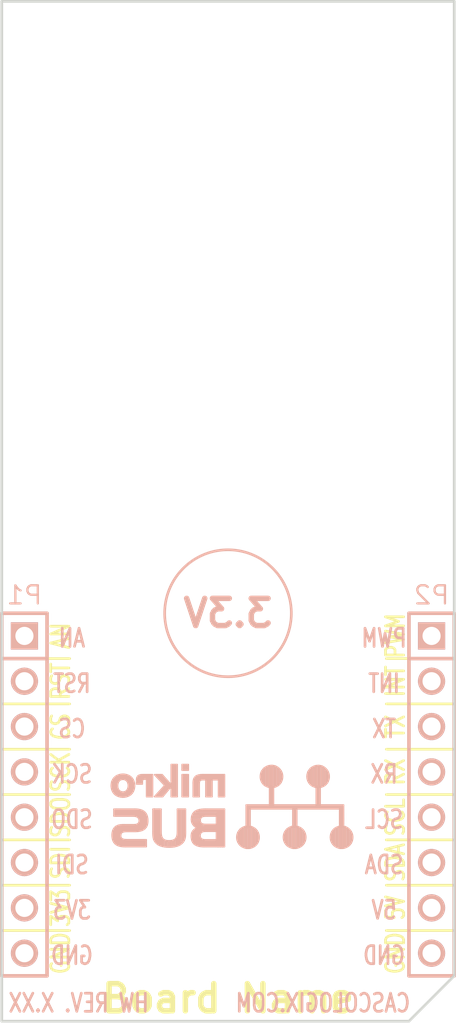
<source format=kicad_pcb>
(kicad_pcb (version 4) (host pcbnew 4.0.0-rc2-stable)

  (general
    (links 0)
    (no_connects 0)
    (area 110.696399 69.139999 136.699601 126.440001)
    (thickness 1.6)
    (drawings 56)
    (tracks 0)
    (zones 0)
    (modules 3)
    (nets 1)
  )

  (page A4)
  (title_block
    (date "lun. 30 mars 2015")
  )

  (layers
    (0 F.Cu signal)
    (31 B.Cu signal)
    (32 B.Adhes user)
    (33 F.Adhes user)
    (34 B.Paste user)
    (35 F.Paste user)
    (36 B.SilkS user)
    (37 F.SilkS user)
    (38 B.Mask user)
    (39 F.Mask user)
    (40 Dwgs.User user)
    (41 Cmts.User user)
    (42 Eco1.User user)
    (43 Eco2.User user)
    (44 Edge.Cuts user)
    (45 Margin user)
    (46 B.CrtYd user)
    (47 F.CrtYd user)
    (48 B.Fab user)
    (49 F.Fab user)
  )

  (setup
    (last_trace_width 0.25)
    (trace_clearance 0.2)
    (zone_clearance 0.508)
    (zone_45_only no)
    (trace_min 0.2)
    (segment_width 0.15)
    (edge_width 0.15)
    (via_size 0.6)
    (via_drill 0.4)
    (via_min_size 0.4)
    (via_min_drill 0.3)
    (uvia_size 0.3)
    (uvia_drill 0.1)
    (uvias_allowed no)
    (uvia_min_size 0.2)
    (uvia_min_drill 0.1)
    (pcb_text_width 0.3)
    (pcb_text_size 1.5 1.5)
    (mod_edge_width 0.15)
    (mod_text_size 1 1)
    (mod_text_width 0.15)
    (pad_size 4.064 4.064)
    (pad_drill 3.048)
    (pad_to_mask_clearance 0)
    (aux_axis_origin 110.998 126.365)
    (grid_origin 110.998 126.365)
    (visible_elements 7FFEFFFF)
    (pcbplotparams
      (layerselection 0x00030_80000001)
      (usegerberextensions false)
      (excludeedgelayer true)
      (linewidth 0.100000)
      (plotframeref false)
      (viasonmask false)
      (mode 1)
      (useauxorigin false)
      (hpglpennumber 1)
      (hpglpenspeed 20)
      (hpglpendiameter 15)
      (hpglpenoverlay 2)
      (psnegative false)
      (psa4output false)
      (plotreference true)
      (plotvalue true)
      (plotinvisibletext false)
      (padsonsilk false)
      (subtractmaskfromsilk false)
      (outputformat 1)
      (mirror false)
      (drillshape 0)
      (scaleselection 1)
      (outputdirectory ""))
  )

  (net 0 "")

  (net_class Default "This is the default net class."
    (clearance 0.2)
    (trace_width 0.25)
    (via_dia 0.6)
    (via_drill 0.4)
    (uvia_dia 0.3)
    (uvia_drill 0.1)
  )

  (module Header:HEADER_M_2.54MM_1R8P_ST_AU_PTH locked (layer B.Cu) (tedit 56625F55) (tstamp 561150BC)
    (at 135.128 113.665 270)
    (tags Header)
    (fp_text reference P2 (at -11.176 0 360) (layer B.SilkS)
      (effects (font (size 1.016 1.016) (thickness 0.127)) (justify mirror))
    )
    (fp_text value Val** (at 0 2.159 270) (layer B.SilkS) hide
      (effects (font (size 1.016 1.016) (thickness 0.127)) (justify mirror))
    )
    (fp_line (start 5.08 -1.27) (end 10.16 -1.27) (layer B.SilkS) (width 0.2032))
    (fp_line (start 5.08 1.27) (end 10.16 1.27) (layer B.SilkS) (width 0.2032))
    (fp_line (start 0 -1.27) (end 5.08 -1.27) (layer B.SilkS) (width 0.2032))
    (fp_line (start 0 1.27) (end 5.08 1.27) (layer B.SilkS) (width 0.2032))
    (fp_line (start -2.54 1.27) (end 0 1.27) (layer B.SilkS) (width 0.2032))
    (fp_line (start -2.54 -1.27) (end 0 -1.27) (layer B.SilkS) (width 0.2032))
    (fp_line (start -5.08 -1.27) (end -2.54 -1.27) (layer B.SilkS) (width 0.2032))
    (fp_line (start -5.08 1.27) (end -2.54 1.27) (layer B.SilkS) (width 0.2032))
    (fp_line (start 10.16 1.27) (end 10.16 -1.27) (layer B.SilkS) (width 0.2032))
    (fp_line (start -7.62 1.27) (end -5.08 1.27) (layer B.SilkS) (width 0.2032))
    (fp_line (start -7.62 -1.27) (end -5.08 -1.27) (layer B.SilkS) (width 0.2032))
    (fp_line (start -10.16 -1.27) (end -7.62 -1.27) (layer B.SilkS) (width 0.2032))
    (fp_line (start -10.16 1.27) (end -7.62 1.27) (layer B.SilkS) (width 0.2032))
    (fp_line (start -10.16 -1.27) (end -10.16 1.27) (layer B.SilkS) (width 0.2032))
    (fp_line (start -7.62 1.27) (end -7.62 -1.27) (layer B.SilkS) (width 0.2032))
    (pad 6 thru_hole circle (at 3.81 0 270) (size 1.524 1.524) (drill 1.016) (layers *.Cu *.Mask B.SilkS))
    (pad 4 thru_hole circle (at -1.27 0 270) (size 1.524 1.524) (drill 1.016) (layers *.Cu *.Mask B.SilkS))
    (pad 3 thru_hole circle (at -3.81 0 270) (size 1.524 1.524) (drill 1.016) (layers *.Cu *.Mask B.SilkS))
    (pad 2 thru_hole circle (at -6.35 0 270) (size 1.524 1.524) (drill 1.016) (layers *.Cu *.Mask B.SilkS))
    (pad 1 thru_hole rect (at -8.89 0 270) (size 1.524 1.524) (drill 1.016) (layers *.Cu *.Mask B.SilkS))
    (pad 7 thru_hole circle (at 6.35 0 270) (size 1.524 1.524) (drill 1.016) (layers *.Cu *.Mask B.SilkS))
    (pad 8 thru_hole circle (at 8.89 0 270) (size 1.524 1.524) (drill 1.016) (layers *.Cu *.Mask B.SilkS))
    (pad 5 thru_hole circle (at 1.27 0 270) (size 1.524 1.524) (drill 1.016) (layers *.Cu *.Mask B.SilkS))
    (model C:/Engineering/KiCAD_Libraries/3D/Headers/VRML/HEADER_M_2.54MM_1R8P_ST_AU_PTH.wrl
      (at (xyz 0 0 0))
      (scale (xyz 1 1 1))
      (rotate (xyz 0 0 0))
    )
  )

  (module Header:HEADER_M_2.54MM_1R8P_ST_AU_PTH locked (layer B.Cu) (tedit 56625F4D) (tstamp 561150A0)
    (at 112.268 113.665 270)
    (tags Header)
    (fp_text reference P1 (at -11.176 0 360) (layer B.SilkS)
      (effects (font (size 1.016 1.016) (thickness 0.127)) (justify mirror))
    )
    (fp_text value Val** (at 0 -2.54 270) (layer B.SilkS) hide
      (effects (font (size 1.016 1.016) (thickness 0.127)) (justify mirror))
    )
    (fp_line (start 5.08 -1.27) (end 10.16 -1.27) (layer B.SilkS) (width 0.2032))
    (fp_line (start 5.08 1.27) (end 10.16 1.27) (layer B.SilkS) (width 0.2032))
    (fp_line (start 0 -1.27) (end 5.08 -1.27) (layer B.SilkS) (width 0.2032))
    (fp_line (start 0 1.27) (end 5.08 1.27) (layer B.SilkS) (width 0.2032))
    (fp_line (start -2.54 1.27) (end 0 1.27) (layer B.SilkS) (width 0.2032))
    (fp_line (start -2.54 -1.27) (end 0 -1.27) (layer B.SilkS) (width 0.2032))
    (fp_line (start -5.08 -1.27) (end -2.54 -1.27) (layer B.SilkS) (width 0.2032))
    (fp_line (start -5.08 1.27) (end -2.54 1.27) (layer B.SilkS) (width 0.2032))
    (fp_line (start 10.16 1.27) (end 10.16 -1.27) (layer B.SilkS) (width 0.2032))
    (fp_line (start -7.62 1.27) (end -5.08 1.27) (layer B.SilkS) (width 0.2032))
    (fp_line (start -7.62 -1.27) (end -5.08 -1.27) (layer B.SilkS) (width 0.2032))
    (fp_line (start -10.16 -1.27) (end -7.62 -1.27) (layer B.SilkS) (width 0.2032))
    (fp_line (start -10.16 1.27) (end -7.62 1.27) (layer B.SilkS) (width 0.2032))
    (fp_line (start -10.16 -1.27) (end -10.16 1.27) (layer B.SilkS) (width 0.2032))
    (fp_line (start -7.62 1.27) (end -7.62 -1.27) (layer B.SilkS) (width 0.2032))
    (pad 6 thru_hole circle (at 3.81 0 270) (size 1.524 1.524) (drill 1.016) (layers *.Cu *.Mask B.SilkS))
    (pad 4 thru_hole circle (at -1.27 0 270) (size 1.524 1.524) (drill 1.016) (layers *.Cu *.Mask B.SilkS))
    (pad 3 thru_hole circle (at -3.81 0 270) (size 1.524 1.524) (drill 1.016) (layers *.Cu *.Mask B.SilkS))
    (pad 2 thru_hole circle (at -6.35 0 270) (size 1.524 1.524) (drill 1.016) (layers *.Cu *.Mask B.SilkS))
    (pad 1 thru_hole rect (at -8.89 0 270) (size 1.524 1.524) (drill 1.016) (layers *.Cu *.Mask B.SilkS))
    (pad 7 thru_hole circle (at 6.35 0 270) (size 1.524 1.524) (drill 1.016) (layers *.Cu *.Mask B.SilkS))
    (pad 8 thru_hole circle (at 8.89 0 270) (size 1.524 1.524) (drill 1.016) (layers *.Cu *.Mask B.SilkS))
    (pad 5 thru_hole circle (at 1.27 0 270) (size 1.524 1.524) (drill 1.016) (layers *.Cu *.Mask B.SilkS))
    (model C:/Engineering/KiCAD_Libraries/3D/Headers/VRML/HEADER_M_2.54MM_1R8P_ST_AU_PTH.wrl
      (at (xyz 0 0 0))
      (scale (xyz 1 1 1))
      (rotate (xyz 0 0 0))
    )
  )

  (module Logo:mikroBUS_Small locked (layer B.Cu) (tedit 562D7599) (tstamp 562DB7DC)
    (at 123.698 114.427 180)
    (fp_text reference "" (at 0 -3.81 180) (layer B.SilkS) hide
      (effects (font (size 1 1) (thickness 0.15)) (justify mirror))
    )
    (fp_text value "" (at 0 3.81 180) (layer B.Fab) hide
      (effects (font (size 1 1) (thickness 0.15)) (justify mirror))
    )
    (fp_line (start 4.6228 -2.0828) (end 6.0198 -2.0828) (layer B.SilkS) (width 0.15))
    (fp_line (start 4.6482 -2.0066) (end 6.2484 -2.0066) (layer B.SilkS) (width 0.15))
    (fp_line (start 4.6482 -1.8796) (end 6.3754 -1.8796) (layer B.SilkS) (width 0.15))
    (fp_line (start 5.9436 -1.7526) (end 6.4262 -1.7526) (layer B.SilkS) (width 0.15))
    (fp_line (start 6.0706 -1.6256) (end 6.4516 -1.6256) (layer B.SilkS) (width 0.15))
    (fp_line (start 6.0706 -1.4986) (end 6.4516 -1.4986) (layer B.SilkS) (width 0.15))
    (fp_line (start 6.0452 -1.3716) (end 6.4516 -1.3716) (layer B.SilkS) (width 0.15))
    (fp_line (start 5.0546 -1.2446) (end 6.4008 -1.2446) (layer B.SilkS) (width 0.15))
    (fp_line (start 6.35 -1.1684) (end 4.7752 -1.1684) (layer B.SilkS) (width 0.15))
    (fp_line (start 6.223 -1.0414) (end 4.6482 -1.0414) (layer B.SilkS) (width 0.15))
    (fp_line (start 4.5974 -0.9906) (end 5.1054 -0.9906) (layer B.SilkS) (width 0.15))
    (fp_line (start 5.0038 -0.8636) (end 4.572 -0.8636) (layer B.SilkS) (width 0.15))
    (fp_line (start 4.9276 -0.7366) (end 4.5466 -0.7366) (layer B.SilkS) (width 0.15))
    (fp_line (start 4.9276 -0.6096) (end 4.5466 -0.6096) (layer B.SilkS) (width 0.15))
    (fp_line (start 5.0292 -0.4826) (end 4.572 -0.4826) (layer B.SilkS) (width 0.15))
    (fp_line (start 6.35 -0.3556) (end 4.6228 -0.3556) (layer B.SilkS) (width 0.15))
    (fp_line (start 6.35 -0.3048) (end 4.6482 -0.3048) (layer B.SilkS) (width 0.15))
    (fp_line (start 6.35 -0.1778) (end 4.8006 -0.1778) (layer B.SilkS) (width 0.15))
    (fp_line (start 5.4356 1.6764) (end 5.4356 0.8636) (layer B.SilkS) (width 0.15))
    (fp_line (start 6.5024 1.4478) (end 6.5024 1.143) (layer B.SilkS) (width 0.15))
    (fp_line (start 6.4262 1.6002) (end 6.4262 0.9398) (layer B.SilkS) (width 0.15))
    (fp_line (start 5.6642 0.9398) (end 5.6642 0.7112) (layer B.SilkS) (width 0.15))
    (fp_line (start 5.7404 0.889) (end 5.7404 0.6858) (layer B.SilkS) (width 0.15))
    (fp_line (start 5.842 0.8636) (end 5.842 0.6604) (layer B.SilkS) (width 0.15))
    (fp_line (start 5.969 0.8636) (end 5.969 0.6604) (layer B.SilkS) (width 0.15))
    (fp_line (start 6.096 0.9144) (end 6.096 0.6858) (layer B.SilkS) (width 0.15))
    (fp_line (start 6.1976 1.0668) (end 6.1976 0.7366) (layer B.SilkS) (width 0.15))
    (fp_line (start 6.2992 1.7272) (end 6.2992 0.7874) (layer B.SilkS) (width 0.15))
    (fp_line (start 6.1976 1.8034) (end 6.1976 1.4986) (layer B.SilkS) (width 0.15))
    (fp_line (start 6.0706 1.8288) (end 6.0706 1.6256) (layer B.SilkS) (width 0.15))
    (fp_line (start 5.9436 1.8542) (end 5.9436 1.6764) (layer B.SilkS) (width 0.15))
    (fp_line (start 5.8166 1.8542) (end 5.8166 1.6764) (layer B.SilkS) (width 0.15))
    (fp_line (start 5.6896 1.8288) (end 5.6896 1.5748) (layer B.SilkS) (width 0.15))
    (fp_line (start 5.5626 1.778) (end 5.5626 0.7366) (layer B.SilkS) (width 0.15))
    (fp_line (start 5.334 1.524) (end 5.334 1.016) (layer B.SilkS) (width 0.15))
    (fp_line (start 4.1402 -0.0762) (end 4.1402 -1.7272) (layer B.SilkS) (width 0.15))
    (fp_line (start 4.0132 -0.1016) (end 4.0132 -1.905) (layer B.SilkS) (width 0.15))
    (fp_line (start 3.81 -1.4732) (end 3.81 -1.651) (layer B.SilkS) (width 0.15))
    (fp_line (start 3.8862 -0.1016) (end 3.8862 -2.032) (layer B.SilkS) (width 0.15))
    (fp_line (start 3.7592 -1.6764) (end 3.7592 -2.0828) (layer B.SilkS) (width 0.15))
    (fp_line (start 3.6322 -1.8034) (end 3.6322 -2.1082) (layer B.SilkS) (width 0.15))
    (fp_line (start 3.4798 -1.8542) (end 3.4798 -2.1336) (layer B.SilkS) (width 0.15))
    (fp_line (start 3.3274 -1.8796) (end 3.3274 -2.1336) (layer B.SilkS) (width 0.15))
    (fp_line (start 3.175 -1.8542) (end 3.175 -2.1336) (layer B.SilkS) (width 0.15))
    (fp_line (start 3.0226 -1.8034) (end 3.0226 -2.1336) (layer B.SilkS) (width 0.15))
    (fp_line (start 2.8702 -1.651) (end 2.8702 -2.0828) (layer B.SilkS) (width 0.15))
    (fp_line (start 2.7686 -0.1016) (end 2.7432 -2.032) (layer B.SilkS) (width 0.15))
    (fp_line (start 2.667 -0.1016) (end 2.667 -1.9812) (layer B.SilkS) (width 0.15))
    (fp_line (start 2.5146 -0.1016) (end 2.5146 -1.8288) (layer B.SilkS) (width 0.15))
    (fp_line (start 0.635 -2.032) (end 1.778 -2.032) (layer B.SilkS) (width 0.15))
    (fp_line (start 0.635 -1.905) (end 1.9304 -1.905) (layer B.SilkS) (width 0.15))
    (fp_line (start 1.4224 -1.8034) (end 1.9812 -1.8034) (layer B.SilkS) (width 0.15))
    (fp_line (start 1.5748 -1.6764) (end 2.0066 -1.6764) (layer B.SilkS) (width 0.15))
    (fp_line (start 1.6256 -1.5494) (end 2.0066 -1.5494) (layer B.SilkS) (width 0.15))
    (fp_line (start 1.6002 -1.4224) (end 2.0066 -1.4224) (layer B.SilkS) (width 0.15))
    (fp_line (start 1.4478 -1.2954) (end 1.9304 -1.2954) (layer B.SilkS) (width 0.15))
    (fp_line (start 0.6096 -1.1684) (end 1.778 -1.1684) (layer B.SilkS) (width 0.15))
    (fp_line (start 0.635 -1.0414) (end 1.778 -1.0414) (layer B.SilkS) (width 0.15))
    (fp_line (start 1.4732 -0.9144) (end 1.905 -0.9144) (layer B.SilkS) (width 0.15))
    (fp_line (start 1.6002 -0.7874) (end 1.9812 -0.7874) (layer B.SilkS) (width 0.15))
    (fp_line (start 1.6256 -0.635) (end 2.0066 -0.635) (layer B.SilkS) (width 0.15))
    (fp_line (start 1.4478 -0.4064) (end 1.5494 -0.4064) (layer B.SilkS) (width 0.15))
    (fp_line (start 1.5494 -0.4826) (end 2.0066 -0.4826) (layer B.SilkS) (width 0.15))
    (fp_line (start 0.635 -0.3302) (end 1.9304 -0.3302) (layer B.SilkS) (width 0.15))
    (fp_line (start 0.635 -0.1778) (end 1.778 -0.1778) (layer B.SilkS) (width 0.15))
    (fp_line (start 1.651 1.6256) (end 1.651 1.524) (layer B.SilkS) (width 0.15))
    (fp_line (start 1.8542 1.6256) (end 1.8542 0.6858) (layer B.SilkS) (width 0.15))
    (fp_line (start 1.7272 1.6256) (end 1.7272 0.6858) (layer B.SilkS) (width 0.15))
    (fp_line (start 0.381 1.6764) (end 1.8542 1.6764) (layer B.SilkS) (width 0.15))
    (fp_line (start 0.4826 1.778) (end 1.7526 1.778) (layer B.SilkS) (width 0.15))
    (fp_line (start 3.429 1.2954) (end 3.9624 0.7112) (layer B.SilkS) (width 0.15))
    (fp_line (start 3.3528 1.2192) (end 3.81 0.6858) (layer B.SilkS) (width 0.15))
    (fp_line (start 3.937 1.8288) (end 3.3274 1.1938) (layer B.SilkS) (width 0.15))
    (fp_line (start 3.2766 1.2446) (end 3.81 1.8288) (layer B.SilkS) (width 0.15))
    (fp_line (start 2.2606 2.2352) (end 2.5146 2.2352) (layer B.SilkS) (width 0.15))
    (fp_line (start 2.2606 2.3368) (end 2.5146 2.3368) (layer B.SilkS) (width 0.15))
    (fp_line (start 3.0734 0.7112) (end 3.0734 2.3622) (layer B.SilkS) (width 0.15))
    (fp_line (start 2.9464 2.3876) (end 2.9464 0.7112) (layer B.SilkS) (width 0.15))
    (fp_line (start 4.8514 1.4732) (end 5.08 1.4732) (layer B.SilkS) (width 0.15))
    (fp_line (start 4.8514 1.6002) (end 5.0546 1.6002) (layer B.SilkS) (width 0.15))
    (fp_line (start 4.445 1.7018) (end 5.0546 1.7018) (layer B.SilkS) (width 0.15))
    (fp_line (start 4.4958 1.8034) (end 4.9784 1.8034) (layer B.SilkS) (width 0.15))
    (fp_line (start 4.445 0.6858) (end 4.445 1.8288) (layer B.SilkS) (width 0.15))
    (fp_line (start 4.318 0.6858) (end 4.318 1.8288) (layer B.SilkS) (width 0.15))
    (fp_line (start 2.4638 0.6858) (end 2.4638 1.8288) (layer B.SilkS) (width 0.15))
    (fp_line (start 2.3368 0.6858) (end 2.3368 1.8288) (layer B.SilkS) (width 0.15))
    (fp_line (start 1.1176 0.6858) (end 1.1176 1.8288) (layer B.SilkS) (width 0.15))
    (fp_line (start 0.9906 0.6858) (end 0.9906 1.8288) (layer B.SilkS) (width 0.15))
    (fp_line (start 0.3048 1.8288) (end 0.3048 0.6858) (layer B.SilkS) (width 0.15))
    (fp_line (start 0.4318 0.6858) (end 0.4318 1.8288) (layer B.SilkS) (width 0.15))
    (fp_line (start -6.577609 -2.206834) (end -6.483358 -2.238309) (layer B.SilkS) (width 0.1))
    (fp_line (start -6.668273 -2.169409) (end -6.577609 -2.206834) (layer B.SilkS) (width 0.1))
    (fp_line (start -6.751765 -2.120088) (end -6.668273 -2.169409) (layer B.SilkS) (width 0.1))
    (fp_line (start -6.825003 -2.055138) (end -6.751765 -2.120088) (layer B.SilkS) (width 0.1))
    (fp_line (start -6.886374 -1.977238) (end -6.825003 -2.055138) (layer B.SilkS) (width 0.1))
    (fp_line (start -6.93453 -1.89022) (end -6.886374 -1.977238) (layer B.SilkS) (width 0.1))
    (fp_line (start -6.968334 -1.797322) (end -6.93453 -1.89022) (layer B.SilkS) (width 0.1))
    (fp_line (start -6.98705 -1.700666) (end -6.968334 -1.797322) (layer B.SilkS) (width 0.1))
    (fp_line (start -6.989992 -1.602253) (end -6.98705 -1.700666) (layer B.SilkS) (width 0.1))
    (fp_line (start -6.976966 -1.504318) (end -6.989992 -1.602253) (layer B.SilkS) (width 0.1))
    (fp_line (start -6.948567 -1.409484) (end -6.976966 -1.504318) (layer B.SilkS) (width 0.1))
    (fp_line (start -6.905466 -1.320404) (end -6.948567 -1.409484) (layer B.SilkS) (width 0.1))
    (fp_line (start -6.84854 -1.239578) (end -6.905466 -1.320404) (layer B.SilkS) (width 0.1))
    (fp_line (start -6.779429 -1.168923) (end -6.84854 -1.239578) (layer B.SilkS) (width 0.1))
    (fp_line (start -6.699951 -1.110225) (end -6.779429 -1.168923) (layer B.SilkS) (width 0.1))
    (fp_line (start -6.611991 -1.065162) (end -6.699951 -1.110225) (layer B.SilkS) (width 0.1))
    (fp_line (start -6.517879 -1.034713) (end -6.611991 -1.065162) (layer B.SilkS) (width 0.1))
    (fp_line (start -6.420131 -1.01958) (end -6.517879 -1.034713) (layer B.SilkS) (width 0.1))
    (fp_line (start -6.321257 -1.02042) (end -6.420131 -1.01958) (layer B.SilkS) (width 0.1))
    (fp_line (start -6.22377 -1.037179) (end -6.321257 -1.02042) (layer B.SilkS) (width 0.1))
    (fp_line (start -6.130178 -1.069173) (end -6.22377 -1.037179) (layer B.SilkS) (width 0.1))
    (fp_line (start -6.042989 -1.115699) (end -6.130178 -1.069173) (layer B.SilkS) (width 0.1))
    (fp_line (start -5.964485 -1.175699) (end -6.042989 -1.115699) (layer B.SilkS) (width 0.1))
    (fp_line (start -5.896529 -1.247466) (end -5.964485 -1.175699) (layer B.SilkS) (width 0.1))
    (fp_line (start -5.840938 -1.329221) (end -5.896529 -1.247466) (layer B.SilkS) (width 0.1))
    (fp_line (start -5.799294 -1.419004) (end -5.840938 -1.329221) (layer B.SilkS) (width 0.1))
    (fp_line (start -5.772428 -1.514276) (end -5.799294 -1.419004) (layer B.SilkS) (width 0.1))
    (fp_line (start -5.761021 -1.612382) (end -5.772428 -1.514276) (layer B.SilkS) (width 0.1))
    (fp_line (start -5.765643 -1.71072) (end -5.761021 -1.612382) (layer B.SilkS) (width 0.1))
    (fp_line (start -5.786001 -1.807089) (end -5.765643 -1.71072) (layer B.SilkS) (width 0.1))
    (fp_line (start -5.821399 -1.89947) (end -5.786001 -1.807089) (layer B.SilkS) (width 0.1))
    (fp_line (start -5.871079 -1.985691) (end -5.821399 -1.89947) (layer B.SilkS) (width 0.1))
    (fp_line (start -5.933823 -2.062462) (end -5.871079 -1.985691) (layer B.SilkS) (width 0.1))
    (fp_line (start -6.008216 -2.126001) (end -5.933823 -2.062462) (layer B.SilkS) (width 0.1))
    (fp_line (start -6.092571 -2.173815) (end -6.008216 -2.126001) (layer B.SilkS) (width 0.1))
    (fp_line (start -6.183846 -2.209816) (end -6.092571 -2.173815) (layer B.SilkS) (width 0.1))
    (fp_line (start -6.278581 -2.239913) (end -6.183846 -2.209816) (layer B.SilkS) (width 0.1))
    (fp_line (start -5.842 -1.3716) (end -5.842 -1.8542) (layer B.SilkS) (width 0.15))
    (fp_line (start -5.969 -1.1938) (end -5.969 -2.0574) (layer B.SilkS) (width 0.15))
    (fp_line (start -6.1214 -1.1176) (end -6.1214 -2.159) (layer B.SilkS) (width 0.15))
    (fp_line (start -6.2738 -1.0668) (end -6.2738 -2.2098) (layer B.SilkS) (width 0.15))
    (fp_line (start -6.5786 -1.0668) (end -6.5786 -2.1844) (layer B.SilkS) (width 0.15))
    (fp_line (start -6.731 -1.1684) (end -6.731 -2.1082) (layer B.SilkS) (width 0.15))
    (fp_line (start -6.8834 -1.3208) (end -6.8834 -1.9558) (layer B.SilkS) (width 0.15))
    (fp_line (start -6.282611 -2.239913) (end -6.187872 -2.209839) (layer B.SilkS) (width 0.1))
    (fp_line (start -6.187872 -2.209839) (end -6.096601 -2.173849) (layer B.SilkS) (width 0.1))
    (fp_line (start -6.096601 -2.173849) (end -6.012269 -2.12603) (layer B.SilkS) (width 0.1))
    (fp_line (start -6.012269 -2.12603) (end -5.93792 -2.06246) (layer B.SilkS) (width 0.1))
    (fp_line (start -5.93792 -2.06246) (end -5.875241 -1.985647) (layer B.SilkS) (width 0.1))
    (fp_line (start -5.875241 -1.985647) (end -5.82564 -1.899391) (layer B.SilkS) (width 0.1))
    (fp_line (start -5.82564 -1.899391) (end -5.790325 -1.806995) (layer B.SilkS) (width 0.1))
    (fp_line (start -5.790325 -1.806995) (end -5.770038 -1.710626) (layer B.SilkS) (width 0.1))
    (fp_line (start -5.770038 -1.710626) (end -5.765457 -1.612295) (layer B.SilkS) (width 0.1))
    (fp_line (start -5.765457 -1.612295) (end -5.776866 -1.514199) (layer B.SilkS) (width 0.1))
    (fp_line (start -5.776866 -1.514199) (end -5.803709 -1.418936) (layer B.SilkS) (width 0.1))
    (fp_line (start -5.803709 -1.418936) (end -5.84532 -1.329156) (layer B.SilkS) (width 0.1))
    (fp_line (start -5.84532 -1.329156) (end -5.900882 -1.247395) (layer B.SilkS) (width 0.1))
    (fp_line (start -5.900882 -1.247395) (end -5.968816 -1.17562) (layer B.SilkS) (width 0.1))
    (fp_line (start -5.968816 -1.17562) (end -6.047305 -1.115617) (layer B.SilkS) (width 0.1))
    (fp_line (start -6.047305 -1.115617) (end -6.134487 -1.069104) (layer B.SilkS) (width 0.1))
    (fp_line (start -6.134487 -1.069104) (end -6.228075 -1.037132) (layer B.SilkS) (width 0.1))
    (fp_line (start -6.228075 -1.037132) (end -6.325557 -1.020403) (layer B.SilkS) (width 0.1))
    (fp_line (start -6.325557 -1.020403) (end -6.424421 -1.019594) (layer B.SilkS) (width 0.1))
    (fp_line (start -6.424421 -1.019594) (end -6.522154 -1.034754) (layer B.SilkS) (width 0.1))
    (fp_line (start -6.522154 -1.034754) (end -6.616247 -1.06522) (layer B.SilkS) (width 0.1))
    (fp_line (start -6.616247 -1.06522) (end -6.704192 -1.110291) (layer B.SilkS) (width 0.1))
    (fp_line (start -6.704192 -1.110291) (end -6.783659 -1.168984) (layer B.SilkS) (width 0.1))
    (fp_line (start -6.783659 -1.168984) (end -6.852766 -1.239625) (layer B.SilkS) (width 0.1))
    (fp_line (start -6.852766 -1.239625) (end -6.909697 -1.320434) (layer B.SilkS) (width 0.1))
    (fp_line (start -6.909697 -1.320434) (end -6.952812 -1.409499) (layer B.SilkS) (width 0.1))
    (fp_line (start -6.952812 -1.409499) (end -6.981224 -1.50432) (layer B.SilkS) (width 0.1))
    (fp_line (start -6.981224 -1.50432) (end -6.994254 -1.602242) (layer B.SilkS) (width 0.1))
    (fp_line (start -6.994254 -1.602242) (end -6.991295 -1.700642) (layer B.SilkS) (width 0.1))
    (fp_line (start -6.991295 -1.700642) (end -6.972549 -1.797281) (layer B.SilkS) (width 0.1))
    (fp_line (start -6.972549 -1.797281) (end -6.938714 -1.890159) (layer B.SilkS) (width 0.1))
    (fp_line (start -6.938714 -1.890159) (end -6.89054 -1.977153) (layer B.SilkS) (width 0.1))
    (fp_line (start -6.89054 -1.977153) (end -6.829165 -2.055034) (layer B.SilkS) (width 0.1))
    (fp_line (start -6.829165 -2.055034) (end -6.755938 -2.119986) (layer B.SilkS) (width 0.1))
    (fp_line (start -6.755938 -2.119986) (end -6.67247 -2.169331) (layer B.SilkS) (width 0.1))
    (fp_line (start -6.67247 -2.169331) (end -6.581836 -2.206792) (layer B.SilkS) (width 0.1))
    (fp_line (start -6.581836 -2.206792) (end -6.487617 -2.238309) (layer B.SilkS) (width 0.1))
    (fp_line (start -6.4262 -1.0414) (end -6.4262 -2.159) (layer B.SilkS) (width 0.15))
    (fp_line (start -3.7846 -1.0414) (end -3.7846 -2.159) (layer B.SilkS) (width 0.15))
    (fp_line (start -3.940236 -2.206792) (end -3.846017 -2.238309) (layer B.SilkS) (width 0.1))
    (fp_line (start -4.03087 -2.169331) (end -3.940236 -2.206792) (layer B.SilkS) (width 0.1))
    (fp_line (start -4.114338 -2.119986) (end -4.03087 -2.169331) (layer B.SilkS) (width 0.1))
    (fp_line (start -4.187565 -2.055034) (end -4.114338 -2.119986) (layer B.SilkS) (width 0.1))
    (fp_line (start -4.24894 -1.977153) (end -4.187565 -2.055034) (layer B.SilkS) (width 0.1))
    (fp_line (start -4.297114 -1.890159) (end -4.24894 -1.977153) (layer B.SilkS) (width 0.1))
    (fp_line (start -4.330949 -1.797281) (end -4.297114 -1.890159) (layer B.SilkS) (width 0.1))
    (fp_line (start -4.349695 -1.700642) (end -4.330949 -1.797281) (layer B.SilkS) (width 0.1))
    (fp_line (start -4.352654 -1.602242) (end -4.349695 -1.700642) (layer B.SilkS) (width 0.1))
    (fp_line (start -4.339624 -1.50432) (end -4.352654 -1.602242) (layer B.SilkS) (width 0.1))
    (fp_line (start -4.311212 -1.409499) (end -4.339624 -1.50432) (layer B.SilkS) (width 0.1))
    (fp_line (start -4.268097 -1.320434) (end -4.311212 -1.409499) (layer B.SilkS) (width 0.1))
    (fp_line (start -4.211166 -1.239625) (end -4.268097 -1.320434) (layer B.SilkS) (width 0.1))
    (fp_line (start -4.142059 -1.168984) (end -4.211166 -1.239625) (layer B.SilkS) (width 0.1))
    (fp_line (start -4.062592 -1.110291) (end -4.142059 -1.168984) (layer B.SilkS) (width 0.1))
    (fp_line (start -3.974647 -1.06522) (end -4.062592 -1.110291) (layer B.SilkS) (width 0.1))
    (fp_line (start -3.880554 -1.034754) (end -3.974647 -1.06522) (layer B.SilkS) (width 0.1))
    (fp_line (start -3.782821 -1.019594) (end -3.880554 -1.034754) (layer B.SilkS) (width 0.1))
    (fp_line (start -3.683957 -1.020403) (end -3.782821 -1.019594) (layer B.SilkS) (width 0.1))
    (fp_line (start -3.586475 -1.037132) (end -3.683957 -1.020403) (layer B.SilkS) (width 0.1))
    (fp_line (start -3.492887 -1.069104) (end -3.586475 -1.037132) (layer B.SilkS) (width 0.1))
    (fp_line (start -3.405705 -1.115617) (end -3.492887 -1.069104) (layer B.SilkS) (width 0.1))
    (fp_line (start -3.327216 -1.17562) (end -3.405705 -1.115617) (layer B.SilkS) (width 0.1))
    (fp_line (start -3.259282 -1.247395) (end -3.327216 -1.17562) (layer B.SilkS) (width 0.1))
    (fp_line (start -3.20372 -1.329156) (end -3.259282 -1.247395) (layer B.SilkS) (width 0.1))
    (fp_line (start -3.162109 -1.418936) (end -3.20372 -1.329156) (layer B.SilkS) (width 0.1))
    (fp_line (start -3.135266 -1.514199) (end -3.162109 -1.418936) (layer B.SilkS) (width 0.1))
    (fp_line (start -3.123857 -1.612295) (end -3.135266 -1.514199) (layer B.SilkS) (width 0.1))
    (fp_line (start -3.128438 -1.710626) (end -3.123857 -1.612295) (layer B.SilkS) (width 0.1))
    (fp_line (start -3.148725 -1.806995) (end -3.128438 -1.710626) (layer B.SilkS) (width 0.1))
    (fp_line (start -3.18404 -1.899391) (end -3.148725 -1.806995) (layer B.SilkS) (width 0.1))
    (fp_line (start -3.233641 -1.985647) (end -3.18404 -1.899391) (layer B.SilkS) (width 0.1))
    (fp_line (start -3.29632 -2.06246) (end -3.233641 -1.985647) (layer B.SilkS) (width 0.1))
    (fp_line (start -3.370669 -2.12603) (end -3.29632 -2.06246) (layer B.SilkS) (width 0.1))
    (fp_line (start -3.455001 -2.173849) (end -3.370669 -2.12603) (layer B.SilkS) (width 0.1))
    (fp_line (start -3.546272 -2.209839) (end -3.455001 -2.173849) (layer B.SilkS) (width 0.1))
    (fp_line (start -3.641011 -2.239913) (end -3.546272 -2.209839) (layer B.SilkS) (width 0.1))
    (fp_line (start -4.2418 -1.3208) (end -4.2418 -1.9558) (layer B.SilkS) (width 0.15))
    (fp_line (start -4.0894 -1.1684) (end -4.0894 -2.1082) (layer B.SilkS) (width 0.15))
    (fp_line (start -3.937 -1.0668) (end -3.937 -2.1844) (layer B.SilkS) (width 0.15))
    (fp_line (start -3.6322 -1.0668) (end -3.6322 -2.2098) (layer B.SilkS) (width 0.15))
    (fp_line (start -3.4798 -1.1176) (end -3.4798 -2.159) (layer B.SilkS) (width 0.15))
    (fp_line (start -3.3274 -1.1938) (end -3.3274 -2.0574) (layer B.SilkS) (width 0.15))
    (fp_line (start -3.2004 -1.3716) (end -3.2004 -1.8542) (layer B.SilkS) (width 0.15))
    (fp_line (start -3.636981 -2.239913) (end -3.542246 -2.209816) (layer B.SilkS) (width 0.1))
    (fp_line (start -3.542246 -2.209816) (end -3.450971 -2.173815) (layer B.SilkS) (width 0.1))
    (fp_line (start -3.450971 -2.173815) (end -3.366616 -2.126001) (layer B.SilkS) (width 0.1))
    (fp_line (start -3.366616 -2.126001) (end -3.292223 -2.062462) (layer B.SilkS) (width 0.1))
    (fp_line (start -3.292223 -2.062462) (end -3.229479 -1.985691) (layer B.SilkS) (width 0.1))
    (fp_line (start -3.229479 -1.985691) (end -3.179799 -1.89947) (layer B.SilkS) (width 0.1))
    (fp_line (start -3.179799 -1.89947) (end -3.144401 -1.807089) (layer B.SilkS) (width 0.1))
    (fp_line (start -3.144401 -1.807089) (end -3.124043 -1.71072) (layer B.SilkS) (width 0.1))
    (fp_line (start -3.124043 -1.71072) (end -3.119421 -1.612382) (layer B.SilkS) (width 0.1))
    (fp_line (start -3.119421 -1.612382) (end -3.130828 -1.514276) (layer B.SilkS) (width 0.1))
    (fp_line (start -3.130828 -1.514276) (end -3.157694 -1.419004) (layer B.SilkS) (width 0.1))
    (fp_line (start -3.157694 -1.419004) (end -3.199338 -1.329221) (layer B.SilkS) (width 0.1))
    (fp_line (start -3.199338 -1.329221) (end -3.254929 -1.247466) (layer B.SilkS) (width 0.1))
    (fp_line (start -3.254929 -1.247466) (end -3.322885 -1.175699) (layer B.SilkS) (width 0.1))
    (fp_line (start -3.322885 -1.175699) (end -3.401389 -1.115699) (layer B.SilkS) (width 0.1))
    (fp_line (start -3.401389 -1.115699) (end -3.488578 -1.069173) (layer B.SilkS) (width 0.1))
    (fp_line (start -3.488578 -1.069173) (end -3.58217 -1.037179) (layer B.SilkS) (width 0.1))
    (fp_line (start -3.58217 -1.037179) (end -3.679657 -1.02042) (layer B.SilkS) (width 0.1))
    (fp_line (start -3.679657 -1.02042) (end -3.778531 -1.01958) (layer B.SilkS) (width 0.1))
    (fp_line (start -3.778531 -1.01958) (end -3.876279 -1.034713) (layer B.SilkS) (width 0.1))
    (fp_line (start -3.876279 -1.034713) (end -3.970391 -1.065162) (layer B.SilkS) (width 0.1))
    (fp_line (start -3.970391 -1.065162) (end -4.058351 -1.110225) (layer B.SilkS) (width 0.1))
    (fp_line (start -4.058351 -1.110225) (end -4.137829 -1.168923) (layer B.SilkS) (width 0.1))
    (fp_line (start -4.137829 -1.168923) (end -4.20694 -1.239578) (layer B.SilkS) (width 0.1))
    (fp_line (start -4.20694 -1.239578) (end -4.263866 -1.320404) (layer B.SilkS) (width 0.1))
    (fp_line (start -4.263866 -1.320404) (end -4.306967 -1.409484) (layer B.SilkS) (width 0.1))
    (fp_line (start -4.306967 -1.409484) (end -4.335366 -1.504318) (layer B.SilkS) (width 0.1))
    (fp_line (start -4.335366 -1.504318) (end -4.348392 -1.602253) (layer B.SilkS) (width 0.1))
    (fp_line (start -4.348392 -1.602253) (end -4.34545 -1.700666) (layer B.SilkS) (width 0.1))
    (fp_line (start -4.34545 -1.700666) (end -4.326734 -1.797322) (layer B.SilkS) (width 0.1))
    (fp_line (start -4.326734 -1.797322) (end -4.29293 -1.89022) (layer B.SilkS) (width 0.1))
    (fp_line (start -4.29293 -1.89022) (end -4.244774 -1.977238) (layer B.SilkS) (width 0.1))
    (fp_line (start -4.244774 -1.977238) (end -4.183403 -2.055138) (layer B.SilkS) (width 0.1))
    (fp_line (start -4.183403 -2.055138) (end -4.110165 -2.120088) (layer B.SilkS) (width 0.1))
    (fp_line (start -4.110165 -2.120088) (end -4.026673 -2.169409) (layer B.SilkS) (width 0.1))
    (fp_line (start -4.026673 -2.169409) (end -3.936009 -2.206834) (layer B.SilkS) (width 0.1))
    (fp_line (start -3.936009 -2.206834) (end -3.841758 -2.238309) (layer B.SilkS) (width 0.1))
    (fp_line (start -1.319809 -2.206834) (end -1.225558 -2.238309) (layer B.SilkS) (width 0.1))
    (fp_line (start -1.410473 -2.169409) (end -1.319809 -2.206834) (layer B.SilkS) (width 0.1))
    (fp_line (start -1.493965 -2.120088) (end -1.410473 -2.169409) (layer B.SilkS) (width 0.1))
    (fp_line (start -1.567203 -2.055138) (end -1.493965 -2.120088) (layer B.SilkS) (width 0.1))
    (fp_line (start -1.628574 -1.977238) (end -1.567203 -2.055138) (layer B.SilkS) (width 0.1))
    (fp_line (start -1.67673 -1.89022) (end -1.628574 -1.977238) (layer B.SilkS) (width 0.1))
    (fp_line (start -1.710534 -1.797322) (end -1.67673 -1.89022) (layer B.SilkS) (width 0.1))
    (fp_line (start -1.72925 -1.700666) (end -1.710534 -1.797322) (layer B.SilkS) (width 0.1))
    (fp_line (start -1.732192 -1.602253) (end -1.72925 -1.700666) (layer B.SilkS) (width 0.1))
    (fp_line (start -1.719166 -1.504318) (end -1.732192 -1.602253) (layer B.SilkS) (width 0.1))
    (fp_line (start -1.690767 -1.409484) (end -1.719166 -1.504318) (layer B.SilkS) (width 0.1))
    (fp_line (start -1.647666 -1.320404) (end -1.690767 -1.409484) (layer B.SilkS) (width 0.1))
    (fp_line (start -1.59074 -1.239578) (end -1.647666 -1.320404) (layer B.SilkS) (width 0.1))
    (fp_line (start -1.521629 -1.168923) (end -1.59074 -1.239578) (layer B.SilkS) (width 0.1))
    (fp_line (start -1.442151 -1.110225) (end -1.521629 -1.168923) (layer B.SilkS) (width 0.1))
    (fp_line (start -1.354191 -1.065162) (end -1.442151 -1.110225) (layer B.SilkS) (width 0.1))
    (fp_line (start -1.260079 -1.034713) (end -1.354191 -1.065162) (layer B.SilkS) (width 0.1))
    (fp_line (start -1.162331 -1.01958) (end -1.260079 -1.034713) (layer B.SilkS) (width 0.1))
    (fp_line (start -1.063457 -1.02042) (end -1.162331 -1.01958) (layer B.SilkS) (width 0.1))
    (fp_line (start -0.96597 -1.037179) (end -1.063457 -1.02042) (layer B.SilkS) (width 0.1))
    (fp_line (start -0.872378 -1.069173) (end -0.96597 -1.037179) (layer B.SilkS) (width 0.1))
    (fp_line (start -0.785189 -1.115699) (end -0.872378 -1.069173) (layer B.SilkS) (width 0.1))
    (fp_line (start -0.706685 -1.175699) (end -0.785189 -1.115699) (layer B.SilkS) (width 0.1))
    (fp_line (start -0.638729 -1.247466) (end -0.706685 -1.175699) (layer B.SilkS) (width 0.1))
    (fp_line (start -0.583138 -1.329221) (end -0.638729 -1.247466) (layer B.SilkS) (width 0.1))
    (fp_line (start -0.541494 -1.419004) (end -0.583138 -1.329221) (layer B.SilkS) (width 0.1))
    (fp_line (start -0.514628 -1.514276) (end -0.541494 -1.419004) (layer B.SilkS) (width 0.1))
    (fp_line (start -0.503221 -1.612382) (end -0.514628 -1.514276) (layer B.SilkS) (width 0.1))
    (fp_line (start -0.507843 -1.71072) (end -0.503221 -1.612382) (layer B.SilkS) (width 0.1))
    (fp_line (start -0.528201 -1.807089) (end -0.507843 -1.71072) (layer B.SilkS) (width 0.1))
    (fp_line (start -0.563599 -1.89947) (end -0.528201 -1.807089) (layer B.SilkS) (width 0.1))
    (fp_line (start -0.613279 -1.985691) (end -0.563599 -1.89947) (layer B.SilkS) (width 0.1))
    (fp_line (start -0.676023 -2.062462) (end -0.613279 -1.985691) (layer B.SilkS) (width 0.1))
    (fp_line (start -0.750416 -2.126001) (end -0.676023 -2.062462) (layer B.SilkS) (width 0.1))
    (fp_line (start -0.834771 -2.173815) (end -0.750416 -2.126001) (layer B.SilkS) (width 0.1))
    (fp_line (start -0.926046 -2.209816) (end -0.834771 -2.173815) (layer B.SilkS) (width 0.1))
    (fp_line (start -1.020781 -2.239913) (end -0.926046 -2.209816) (layer B.SilkS) (width 0.1))
    (fp_line (start -0.5842 -1.3716) (end -0.5842 -1.8542) (layer B.SilkS) (width 0.15))
    (fp_line (start -0.7112 -1.1938) (end -0.7112 -2.0574) (layer B.SilkS) (width 0.15))
    (fp_line (start -0.8636 -1.1176) (end -0.8636 -2.159) (layer B.SilkS) (width 0.15))
    (fp_line (start -1.016 -1.0668) (end -1.016 -2.2098) (layer B.SilkS) (width 0.15))
    (fp_line (start -1.3208 -1.0668) (end -1.3208 -2.1844) (layer B.SilkS) (width 0.15))
    (fp_line (start -1.4732 -1.1684) (end -1.4732 -2.1082) (layer B.SilkS) (width 0.15))
    (fp_line (start -1.6256 -1.3208) (end -1.6256 -1.9558) (layer B.SilkS) (width 0.15))
    (fp_line (start -1.024811 -2.239913) (end -0.930072 -2.209839) (layer B.SilkS) (width 0.1))
    (fp_line (start -0.930072 -2.209839) (end -0.838801 -2.173849) (layer B.SilkS) (width 0.1))
    (fp_line (start -0.838801 -2.173849) (end -0.754469 -2.12603) (layer B.SilkS) (width 0.1))
    (fp_line (start -0.754469 -2.12603) (end -0.68012 -2.06246) (layer B.SilkS) (width 0.1))
    (fp_line (start -0.68012 -2.06246) (end -0.617441 -1.985647) (layer B.SilkS) (width 0.1))
    (fp_line (start -0.617441 -1.985647) (end -0.56784 -1.899391) (layer B.SilkS) (width 0.1))
    (fp_line (start -0.56784 -1.899391) (end -0.532525 -1.806995) (layer B.SilkS) (width 0.1))
    (fp_line (start -0.532525 -1.806995) (end -0.512238 -1.710626) (layer B.SilkS) (width 0.1))
    (fp_line (start -0.512238 -1.710626) (end -0.507657 -1.612295) (layer B.SilkS) (width 0.1))
    (fp_line (start -0.507657 -1.612295) (end -0.519066 -1.514199) (layer B.SilkS) (width 0.1))
    (fp_line (start -0.519066 -1.514199) (end -0.545909 -1.418936) (layer B.SilkS) (width 0.1))
    (fp_line (start -0.545909 -1.418936) (end -0.58752 -1.329156) (layer B.SilkS) (width 0.1))
    (fp_line (start -0.58752 -1.329156) (end -0.643082 -1.247395) (layer B.SilkS) (width 0.1))
    (fp_line (start -0.643082 -1.247395) (end -0.711016 -1.17562) (layer B.SilkS) (width 0.1))
    (fp_line (start -0.711016 -1.17562) (end -0.789505 -1.115617) (layer B.SilkS) (width 0.1))
    (fp_line (start -0.789505 -1.115617) (end -0.876687 -1.069104) (layer B.SilkS) (width 0.1))
    (fp_line (start -0.876687 -1.069104) (end -0.970275 -1.037132) (layer B.SilkS) (width 0.1))
    (fp_line (start -0.970275 -1.037132) (end -1.067757 -1.020403) (layer B.SilkS) (width 0.1))
    (fp_line (start -1.067757 -1.020403) (end -1.166621 -1.019594) (layer B.SilkS) (width 0.1))
    (fp_line (start -1.166621 -1.019594) (end -1.264354 -1.034754) (layer B.SilkS) (width 0.1))
    (fp_line (start -1.264354 -1.034754) (end -1.358447 -1.06522) (layer B.SilkS) (width 0.1))
    (fp_line (start -1.358447 -1.06522) (end -1.446392 -1.110291) (layer B.SilkS) (width 0.1))
    (fp_line (start -1.446392 -1.110291) (end -1.525859 -1.168984) (layer B.SilkS) (width 0.1))
    (fp_line (start -1.525859 -1.168984) (end -1.594966 -1.239625) (layer B.SilkS) (width 0.1))
    (fp_line (start -1.594966 -1.239625) (end -1.651897 -1.320434) (layer B.SilkS) (width 0.1))
    (fp_line (start -1.651897 -1.320434) (end -1.695012 -1.409499) (layer B.SilkS) (width 0.1))
    (fp_line (start -1.695012 -1.409499) (end -1.723424 -1.50432) (layer B.SilkS) (width 0.1))
    (fp_line (start -1.723424 -1.50432) (end -1.736454 -1.602242) (layer B.SilkS) (width 0.1))
    (fp_line (start -1.736454 -1.602242) (end -1.733495 -1.700642) (layer B.SilkS) (width 0.1))
    (fp_line (start -1.733495 -1.700642) (end -1.714749 -1.797281) (layer B.SilkS) (width 0.1))
    (fp_line (start -1.714749 -1.797281) (end -1.680914 -1.890159) (layer B.SilkS) (width 0.1))
    (fp_line (start -1.680914 -1.890159) (end -1.63274 -1.977153) (layer B.SilkS) (width 0.1))
    (fp_line (start -1.63274 -1.977153) (end -1.571365 -2.055034) (layer B.SilkS) (width 0.1))
    (fp_line (start -1.571365 -2.055034) (end -1.498138 -2.119986) (layer B.SilkS) (width 0.1))
    (fp_line (start -1.498138 -2.119986) (end -1.41467 -2.169331) (layer B.SilkS) (width 0.1))
    (fp_line (start -1.41467 -2.169331) (end -1.324036 -2.206792) (layer B.SilkS) (width 0.1))
    (fp_line (start -1.324036 -2.206792) (end -1.229817 -2.238309) (layer B.SilkS) (width 0.1))
    (fp_line (start -1.1684 -1.0414) (end -1.1684 -2.159) (layer B.SilkS) (width 0.15))
    (fp_line (start 0.5588 -0.1016) (end 0.5588 -2.1336) (layer B.SilkS) (width 0.15))
    (fp_line (start 0.4318 -0.1016) (end 0.4318 -2.1336) (layer B.SilkS) (width 0.15))
    (fp_line (start 0.3048 -0.1016) (end 0.3048 -2.1336) (layer B.SilkS) (width 0.15))
    (fp_line (start -2.4892 2.3622) (end -2.4892 1.2446) (layer B.SilkS) (width 0.15))
    (fp_line (start -2.644836 1.196808) (end -2.550617 1.165291) (layer B.SilkS) (width 0.1))
    (fp_line (start -2.73547 1.234269) (end -2.644836 1.196808) (layer B.SilkS) (width 0.1))
    (fp_line (start -2.818938 1.283614) (end -2.73547 1.234269) (layer B.SilkS) (width 0.1))
    (fp_line (start -2.892165 1.348566) (end -2.818938 1.283614) (layer B.SilkS) (width 0.1))
    (fp_line (start -2.95354 1.426447) (end -2.892165 1.348566) (layer B.SilkS) (width 0.1))
    (fp_line (start -3.001714 1.513441) (end -2.95354 1.426447) (layer B.SilkS) (width 0.1))
    (fp_line (start -3.035549 1.606319) (end -3.001714 1.513441) (layer B.SilkS) (width 0.1))
    (fp_line (start -3.054295 1.702958) (end -3.035549 1.606319) (layer B.SilkS) (width 0.1))
    (fp_line (start -3.057254 1.801358) (end -3.054295 1.702958) (layer B.SilkS) (width 0.1))
    (fp_line (start -3.044224 1.89928) (end -3.057254 1.801358) (layer B.SilkS) (width 0.1))
    (fp_line (start -3.015812 1.994101) (end -3.044224 1.89928) (layer B.SilkS) (width 0.1))
    (fp_line (start -2.972697 2.083166) (end -3.015812 1.994101) (layer B.SilkS) (width 0.1))
    (fp_line (start -2.915766 2.163975) (end -2.972697 2.083166) (layer B.SilkS) (width 0.1))
    (fp_line (start -2.846659 2.234616) (end -2.915766 2.163975) (layer B.SilkS) (width 0.1))
    (fp_line (start -2.767192 2.293309) (end -2.846659 2.234616) (layer B.SilkS) (width 0.1))
    (fp_line (start -2.679247 2.33838) (end -2.767192 2.293309) (layer B.SilkS) (width 0.1))
    (fp_line (start -2.585154 2.368846) (end -2.679247 2.33838) (layer B.SilkS) (width 0.1))
    (fp_line (start -2.487421 2.384006) (end -2.585154 2.368846) (layer B.SilkS) (width 0.1))
    (fp_line (start -2.388557 2.383197) (end -2.487421 2.384006) (layer B.SilkS) (width 0.1))
    (fp_line (start -2.291075 2.366468) (end -2.388557 2.383197) (layer B.SilkS) (width 0.1))
    (fp_line (start -2.197487 2.334496) (end -2.291075 2.366468) (layer B.SilkS) (width 0.1))
    (fp_line (start -2.110305 2.287983) (end -2.197487 2.334496) (layer B.SilkS) (width 0.1))
    (fp_line (start -2.031816 2.22798) (end -2.110305 2.287983) (layer B.SilkS) (width 0.1))
    (fp_line (start -1.963882 2.156205) (end -2.031816 2.22798) (layer B.SilkS) (width 0.1))
    (fp_line (start -1.90832 2.074444) (end -1.963882 2.156205) (layer B.SilkS) (width 0.1))
    (fp_line (start -1.866709 1.984664) (end -1.90832 2.074444) (layer B.SilkS) (width 0.1))
    (fp_line (start -1.839866 1.889401) (end -1.866709 1.984664) (layer B.SilkS) (width 0.1))
    (fp_line (start -1.828457 1.791305) (end -1.839866 1.889401) (layer B.SilkS) (width 0.1))
    (fp_line (start -1.833038 1.692974) (end -1.828457 1.791305) (layer B.SilkS) (width 0.1))
    (fp_line (start -1.853325 1.596605) (end -1.833038 1.692974) (layer B.SilkS) (width 0.1))
    (fp_line (start -1.88864 1.504209) (end -1.853325 1.596605) (layer B.SilkS) (width 0.1))
    (fp_line (start -1.938241 1.417953) (end -1.88864 1.504209) (layer B.SilkS) (width 0.1))
    (fp_line (start -2.00092 1.34114) (end -1.938241 1.417953) (layer B.SilkS) (width 0.1))
    (fp_line (start -2.075269 1.27757) (end -2.00092 1.34114) (layer B.SilkS) (width 0.1))
    (fp_line (start -2.159601 1.229751) (end -2.075269 1.27757) (layer B.SilkS) (width 0.1))
    (fp_line (start -2.250872 1.193761) (end -2.159601 1.229751) (layer B.SilkS) (width 0.1))
    (fp_line (start -2.345611 1.163687) (end -2.250872 1.193761) (layer B.SilkS) (width 0.1))
    (fp_line (start -2.9464 2.0828) (end -2.9464 1.4478) (layer B.SilkS) (width 0.15))
    (fp_line (start -2.794 2.2352) (end -2.794 1.2954) (layer B.SilkS) (width 0.15))
    (fp_line (start -2.6416 2.3368) (end -2.6416 1.2192) (layer B.SilkS) (width 0.15))
    (fp_line (start -2.3368 2.3368) (end -2.3368 1.1938) (layer B.SilkS) (width 0.15))
    (fp_line (start -2.1844 2.286) (end -2.1844 1.2446) (layer B.SilkS) (width 0.15))
    (fp_line (start -2.032 2.2098) (end -2.032 1.3462) (layer B.SilkS) (width 0.15))
    (fp_line (start -1.905 2.032) (end -1.905 1.5494) (layer B.SilkS) (width 0.15))
    (fp_line (start -1.1176 0.0508) (end -1.1176 -1.0668) (layer B.SilkS) (width 0.15))
    (fp_line (start -2.4384 1.1938) (end -2.4384 0.1524) (layer B.SilkS) (width 0.15))
    (fp_line (start -3.7592 0.0508) (end -3.7592 -1.0414) (layer B.SilkS) (width 0.15))
    (fp_line (start -6.3754 0.0508) (end -6.3754 -1.0414) (layer B.SilkS) (width 0.15))
    (fp_line (start -6.4516 0.0762) (end -1.0922 0.0762) (layer B.SilkS) (width 0.15))
    (fp_line (start -4.5212 2.032) (end -4.5212 1.5494) (layer B.SilkS) (width 0.15))
    (fp_line (start -4.6482 2.2098) (end -4.6482 1.3462) (layer B.SilkS) (width 0.15))
    (fp_line (start -4.8006 2.286) (end -4.8006 1.2446) (layer B.SilkS) (width 0.15))
    (fp_line (start -5.0292 1.1938) (end -5.0546 0) (layer B.SilkS) (width 0.15))
    (fp_line (start -4.953 2.3368) (end -4.953 1.1938) (layer B.SilkS) (width 0.15))
    (fp_line (start -5.1054 2.3622) (end -5.1054 0) (layer B.SilkS) (width 0.15))
    (fp_line (start -5.2578 2.3368) (end -5.2578 1.2192) (layer B.SilkS) (width 0.15))
    (fp_line (start -5.4102 2.2352) (end -5.4102 1.2954) (layer B.SilkS) (width 0.15))
    (fp_line (start -5.5626 2.0828) (end -5.5626 1.4478) (layer B.SilkS) (width 0.15))
    (fp_line (start -6.275021 -1.022759) (end -6.275021 -0.031925) (layer B.SilkS) (width 0.1))
    (fp_line (start -6.275021 -0.031925) (end -3.853611 -0.031925) (layer B.SilkS) (width 0.1))
    (fp_line (start -3.853611 -0.031925) (end -3.853611 -1.024363) (layer B.SilkS) (width 0.1))
    (fp_line (start 1.282313 -0.919311) (end 1.377393 -0.911899) (layer B.SilkS) (width 0.1))
    (fp_line (start 1.377393 -0.911899) (end 1.468327 -0.883253) (layer B.SilkS) (width 0.1))
    (fp_line (start 1.468327 -0.883253) (end 1.538968 -0.820352) (layer B.SilkS) (width 0.1))
    (fp_line (start 1.538968 -0.820352) (end 1.568061 -0.729952) (layer B.SilkS) (width 0.1))
    (fp_line (start 1.568061 -0.729952) (end 1.567838 -0.633628) (layer B.SilkS) (width 0.1))
    (fp_line (start 1.567838 -0.633628) (end 1.537622 -0.543117) (layer B.SilkS) (width 0.1))
    (fp_line (start 1.537622 -0.543117) (end 1.468072 -0.476888) (layer B.SilkS) (width 0.1))
    (fp_line (start 1.468072 -0.476888) (end 1.378394 -0.44527) (layer B.SilkS) (width 0.1))
    (fp_line (start 1.378394 -0.44527) (end 1.282313 -0.436839) (layer B.SilkS) (width 0.1))
    (fp_line (start 1.288614 -1.782296) (end 1.384502 -1.774225) (layer B.SilkS) (width 0.1))
    (fp_line (start 1.384502 -1.774225) (end 1.475567 -1.743331) (layer B.SilkS) (width 0.1))
    (fp_line (start 1.475567 -1.743331) (end 1.545372 -1.678124) (layer B.SilkS) (width 0.1))
    (fp_line (start 1.545372 -1.678124) (end 1.57436 -1.586764) (layer B.SilkS) (width 0.1))
    (fp_line (start 1.57436 -1.586764) (end 1.574229 -1.489562) (layer B.SilkS) (width 0.1))
    (fp_line (start 1.574229 -1.489562) (end 1.544533 -1.39792) (layer B.SilkS) (width 0.1))
    (fp_line (start 1.544533 -1.39792) (end 1.475593 -1.32976) (layer B.SilkS) (width 0.1))
    (fp_line (start 1.475593 -1.32976) (end 1.385631 -1.296772) (layer B.SilkS) (width 0.1))
    (fp_line (start 1.385631 -1.296772) (end 1.288614 -1.287909) (layer B.SilkS) (width 0.1))
    (fp_line (start 4.786149 1.871213) (end 4.883606 1.865962) (layer B.SilkS) (width 0.1))
    (fp_line (start 4.883606 1.865962) (end 4.978598 1.843935) (layer B.SilkS) (width 0.1))
    (fp_line (start 4.978598 1.843935) (end 5.060065 1.791156) (layer B.SilkS) (width 0.1))
    (fp_line (start 5.060065 1.791156) (end 5.10649 1.70627) (layer B.SilkS) (width 0.1))
    (fp_line (start 5.10649 1.70627) (end 5.122675 1.610089) (layer B.SilkS) (width 0.1))
    (fp_line (start 5.122675 1.610089) (end 5.12668 1.512581) (layer B.SilkS) (width 0.1))
    (fp_line (start 5.12668 1.431759) (end 5.126336 1.360101) (layer B.SilkS) (width 0.1))
    (fp_line (start 5.698509 -1.776167) (end 5.791074 -1.771576) (layer B.SilkS) (width 0.1))
    (fp_line (start 5.791074 -1.771576) (end 5.882142 -1.754572) (layer B.SilkS) (width 0.1))
    (fp_line (start 5.882142 -1.754572) (end 5.966512 -1.716517) (layer B.SilkS) (width 0.1))
    (fp_line (start 5.966512 -1.716517) (end 6.022162 -1.643631) (layer B.SilkS) (width 0.1))
    (fp_line (start 6.022162 -1.643631) (end 6.036922 -1.552251) (layer B.SilkS) (width 0.1))
    (fp_line (start 6.036922 -1.552251) (end 6.026386 -1.460211) (layer B.SilkS) (width 0.1))
    (fp_line (start 6.026386 -1.460211) (end 5.98859 -1.37628) (layer B.SilkS) (width 0.1))
    (fp_line (start 5.98859 -1.37628) (end 5.91063 -1.327703) (layer B.SilkS) (width 0.1))
    (fp_line (start 5.91063 -1.327703) (end 5.820165 -1.30745) (layer B.SilkS) (width 0.1))
    (fp_line (start 5.820165 -1.30745) (end 5.727836 -1.299652) (layer B.SilkS) (width 0.1))
    (fp_line (start 1.438631 1.871213) (end 1.5362 1.866027) (layer B.SilkS) (width 0.1))
    (fp_line (start 1.5362 1.866027) (end 1.632922 1.852191) (layer B.SilkS) (width 0.1))
    (fp_line (start 1.632922 1.852191) (end 1.726447 1.824241) (layer B.SilkS) (width 0.1))
    (fp_line (start 1.726447 1.824241) (end 1.811091 1.775773) (layer B.SilkS) (width 0.1))
    (fp_line (start 1.811091 1.775773) (end 1.876932 1.704002) (layer B.SilkS) (width 0.1))
    (fp_line (start 1.876932 1.704002) (end 1.919032 1.61601) (layer B.SilkS) (width 0.1))
    (fp_line (start 1.919032 1.61601) (end 1.939816 1.520603) (layer B.SilkS) (width 0.1))
    (fp_line (start 1.939816 1.520603) (end 1.945218 1.423052) (layer B.SilkS) (width 0.1))
    (fp_line (start 1.276013 -0.061596) (end 1.375455 -0.065003) (layer B.SilkS) (width 0.1))
    (fp_line (start 1.375455 -0.065003) (end 1.474651 -0.072639) (layer B.SilkS) (width 0.1))
    (fp_line (start 1.474651 -0.072639) (end 1.573307 -0.085552) (layer B.SilkS) (width 0.1))
    (fp_line (start 1.573307 -0.085552) (end 1.670649 -0.106325) (layer B.SilkS) (width 0.1))
    (fp_line (start 1.670649 -0.106325) (end 1.763841 -0.140937) (layer B.SilkS) (width 0.1))
    (fp_line (start 1.763841 -0.140937) (end 1.850174 -0.190519) (layer B.SilkS) (width 0.1))
    (fp_line (start 1.850174 -0.190519) (end 1.924136 -0.256981) (layer B.SilkS) (width 0.1))
    (fp_line (start 1.924136 -0.256981) (end 1.97926 -0.339765) (layer B.SilkS) (width 0.1))
    (fp_line (start 1.97926 -0.339765) (end 2.015656 -0.432422) (layer B.SilkS) (width 0.1))
    (fp_line (start 2.015656 -0.432422) (end 2.036614 -0.529664) (layer B.SilkS) (width 0.1))
    (fp_line (start 2.036614 -0.529664) (end 2.045264 -0.628715) (layer B.SilkS) (width 0.1))
    (fp_line (start 2.045264 -0.628715) (end 2.036717 -0.728171) (layer B.SilkS) (width 0.1))
    (fp_line (start 2.036717 -0.728171) (end 2.008472 -0.824104) (layer B.SilkS) (width 0.1))
    (fp_line (start 2.008472 -0.824104) (end 1.960364 -0.911905) (layer B.SilkS) (width 0.1))
    (fp_line (start 1.960364 -0.911905) (end 1.89559 -0.987647) (layer B.SilkS) (width 0.1))
    (fp_line (start 1.89559 -0.987647) (end 1.818649 -1.050404) (layer B.SilkS) (width 0.1))
    (fp_line (start 1.818649 -1.050404) (end 1.735515 -1.106159) (layer B.SilkS) (width 0.1))
    (fp_line (start -2.546358 1.165291) (end -2.546358 0.172681) (layer B.SilkS) (width 0.1))
    (fp_line (start -2.546358 0.172681) (end -4.961811 0.172681) (layer B.SilkS) (width 0.1))
    (fp_line (start -4.961811 0.172681) (end -4.961811 1.163687) (layer B.SilkS) (width 0.1))
    (fp_line (start 5.766844 -2.151066) (end 4.59741 -2.151066) (layer B.SilkS) (width 0.1))
    (fp_line (start 4.59741 -2.151066) (end 4.59741 -1.776167) (layer B.SilkS) (width 0.1))
    (fp_line (start 4.59741 -1.776167) (end 5.698509 -1.776167) (layer B.SilkS) (width 0.1))
    (fp_line (start 5.12668 1.512581) (end 5.12668 1.431759) (layer B.SilkS) (width 0.1))
    (fp_line (start 4.630575 1.636077) (end 4.564646 1.636077) (layer B.SilkS) (width 0.1))
    (fp_line (start 4.564646 1.636077) (end 4.564646 0.649424) (layer B.SilkS) (width 0.1))
    (fp_line (start 4.564646 0.649424) (end 4.24296 0.649424) (layer B.SilkS) (width 0.1))
    (fp_line (start 4.24296 0.649424) (end 4.24296 1.871213) (layer B.SilkS) (width 0.1))
    (fp_line (start 1.350362 -2.151066) (end 0.203897 -2.151066) (layer B.SilkS) (width 0.1))
    (fp_line (start 0.203897 -2.151066) (end 0.203897 -0.061596) (layer B.SilkS) (width 0.1))
    (fp_line (start 0.203897 -0.061596) (end 1.276013 -0.061596) (layer B.SilkS) (width 0.1))
    (fp_line (start 5.790272 0.907587) (end 5.886892 0.88961) (layer B.SilkS) (width 0.1))
    (fp_line (start 5.886892 0.88961) (end 5.984442 0.902355) (layer B.SilkS) (width 0.1))
    (fp_line (start 5.984442 0.902355) (end 6.072997 0.945291) (layer B.SilkS) (width 0.1))
    (fp_line (start 6.072997 0.945291) (end 6.143546 1.013829) (layer B.SilkS) (width 0.1))
    (fp_line (start 6.143546 1.013829) (end 6.188395 1.101445) (layer B.SilkS) (width 0.1))
    (fp_line (start 6.188395 1.101445) (end 6.206838 1.198268) (layer B.SilkS) (width 0.1))
    (fp_line (start 6.206838 1.198268) (end 6.208608 1.296822) (layer B.SilkS) (width 0.1))
    (fp_line (start 6.208608 1.296822) (end 6.192291 1.394028) (layer B.SilkS) (width 0.1))
    (fp_line (start 6.192291 1.394028) (end 6.155766 1.485548) (layer B.SilkS) (width 0.1))
    (fp_line (start 6.155766 1.485548) (end 6.09376 1.561875) (layer B.SilkS) (width 0.1))
    (fp_line (start 6.09376 1.561875) (end 6.007652 1.609395) (layer B.SilkS) (width 0.1))
    (fp_line (start 6.007652 1.609395) (end 5.91112 1.62775) (layer B.SilkS) (width 0.1))
    (fp_line (start 5.91112 1.62775) (end 5.813456 1.615629) (layer B.SilkS) (width 0.1))
    (fp_line (start 5.813456 1.615629) (end 5.724598 1.573367) (layer B.SilkS) (width 0.1))
    (fp_line (start 5.724598 1.573367) (end 5.653585 1.505245) (layer B.SilkS) (width 0.1))
    (fp_line (start 5.653585 1.505245) (end 5.610918 1.416654) (layer B.SilkS) (width 0.1))
    (fp_line (start 5.610918 1.416654) (end 5.59028 1.320339) (layer B.SilkS) (width 0.1))
    (fp_line (start 5.59028 1.320339) (end 5.588502 1.221768) (layer B.SilkS) (width 0.1))
    (fp_line (start 5.588502 1.221768) (end 5.605155 1.124638) (layer B.SilkS) (width 0.1))
    (fp_line (start 5.605155 1.124638) (end 5.642889 1.033634) (layer B.SilkS) (width 0.1))
    (fp_line (start 5.642889 1.033634) (end 5.7056 0.957649) (layer B.SilkS) (width 0.1))
    (fp_line (start 5.7056 0.957649) (end 5.790272 0.907587) (layer B.SilkS) (width 0.1))
    (fp_line (start -1.232752 -1.024363) (end -1.326974 -1.055897) (layer B.SilkS) (width 0.1))
    (fp_line (start -1.326974 -1.055897) (end -1.417614 -1.093367) (layer B.SilkS) (width 0.1))
    (fp_line (start -1.417614 -1.093367) (end -1.501096 -1.142708) (layer B.SilkS) (width 0.1))
    (fp_line (start -1.501096 -1.142708) (end -1.574343 -1.207645) (layer B.SilkS) (width 0.1))
    (fp_line (start -1.574343 -1.207645) (end -1.635743 -1.285513) (layer B.SilkS) (width 0.1))
    (fp_line (start -1.635743 -1.285513) (end -1.683951 -1.372499) (layer B.SilkS) (width 0.1))
    (fp_line (start -1.683951 -1.372499) (end -1.717826 -1.465372) (layer B.SilkS) (width 0.1))
    (fp_line (start -1.717826 -1.465372) (end -1.73662 -1.562013) (layer B.SilkS) (width 0.1))
    (fp_line (start -1.73662 -1.562013) (end -1.739637 -1.660421) (layer B.SilkS) (width 0.1))
    (fp_line (start -1.739637 -1.660421) (end -1.726668 -1.758361) (layer B.SilkS) (width 0.1))
    (fp_line (start -1.726668 -1.758361) (end -1.698304 -1.853203) (layer B.SilkS) (width 0.1))
    (fp_line (start -1.698304 -1.853203) (end -1.655213 -1.942282) (layer B.SilkS) (width 0.1))
    (fp_line (start -1.655213 -1.942282) (end -1.598273 -2.023092) (layer B.SilkS) (width 0.1))
    (fp_line (start -1.598273 -2.023092) (end -1.529134 -2.093716) (layer B.SilkS) (width 0.1))
    (fp_line (start -1.529134 -2.093716) (end -1.449627 -2.152375) (layer B.SilkS) (width 0.1))
    (fp_line (start -1.449627 -2.152375) (end -1.361649 -2.197394) (layer B.SilkS) (width 0.1))
    (fp_line (start -1.361649 -2.197394) (end -1.267531 -2.227805) (layer B.SilkS) (width 0.1))
    (fp_line (start -1.267531 -2.227805) (end -1.169781 -2.242919) (layer B.SilkS) (width 0.1))
    (fp_line (start -1.169781 -2.242919) (end -1.070907 -2.242089) (layer B.SilkS) (width 0.1))
    (fp_line (start -1.070907 -2.242089) (end -0.973416 -2.225365) (layer B.SilkS) (width 0.1))
    (fp_line (start -0.973416 -2.225365) (end -0.879818 -2.193414) (layer B.SilkS) (width 0.1))
    (fp_line (start -0.879818 -2.193414) (end -0.792616 -2.146925) (layer B.SilkS) (width 0.1))
    (fp_line (start -0.792616 -2.146925) (end -0.714098 -2.086944) (layer B.SilkS) (width 0.1))
    (fp_line (start -0.714098 -2.086944) (end -0.646138 -2.015181) (layer B.SilkS) (width 0.1))
    (fp_line (start -0.646138 -2.015181) (end -0.590565 -1.933421) (layer B.SilkS) (width 0.1))
    (fp_line (start -0.590565 -1.933421) (end -0.548967 -1.843628) (layer B.SilkS) (width 0.1))
    (fp_line (start -0.548967 -1.843628) (end -0.52216 -1.748347) (layer B.SilkS) (width 0.1))
    (fp_line (start -0.52216 -1.748347) (end -0.510807 -1.650236) (layer B.SilkS) (width 0.1))
    (fp_line (start -0.510807 -1.650236) (end -0.515459 -1.5519) (layer B.SilkS) (width 0.1))
    (fp_line (start -0.515459 -1.5519) (end -0.53582 -1.455536) (layer B.SilkS) (width 0.1))
    (fp_line (start -0.53582 -1.455536) (end -0.571207 -1.363153) (layer B.SilkS) (width 0.1))
    (fp_line (start -0.571207 -1.363153) (end -0.62087 -1.276921) (layer B.SilkS) (width 0.1))
    (fp_line (start -0.62087 -1.276921) (end -0.683599 -1.200142) (layer B.SilkS) (width 0.1))
    (fp_line (start -0.683599 -1.200142) (end -0.757985 -1.136612) (layer B.SilkS) (width 0.1))
    (fp_line (start -0.757985 -1.136612) (end -0.842344 -1.08882) (layer B.SilkS) (width 0.1))
    (fp_line (start -0.842344 -1.08882) (end -0.933628 -1.052837) (layer B.SilkS) (width 0.1))
    (fp_line (start -0.933628 -1.052837) (end -1.028376 -1.022759) (layer B.SilkS) (width 0.1))
    (fp_line (start 0.640717 -0.436839) (end 0.640717 -0.919311) (layer B.SilkS) (width 0.1))
    (fp_line (start 0.640717 -0.919311) (end 1.282313 -0.919311) (layer B.SilkS) (width 0.1))
    (fp_line (start 6.365538 0.794401) (end 6.287594 0.732805) (layer B.SilkS) (width 0.1))
    (fp_line (start 6.287594 0.732805) (end 6.199849 0.686059) (layer B.SilkS) (width 0.1))
    (fp_line (start 6.199849 0.686059) (end 6.106148 0.652976) (layer B.SilkS) (width 0.1))
    (fp_line (start 6.106148 0.652976) (end 6.008858 0.632605) (layer B.SilkS) (width 0.1))
    (fp_line (start 6.008858 0.632605) (end 5.909767 0.624927) (layer B.SilkS) (width 0.1))
    (fp_line (start 5.909767 0.624927) (end 5.810494 0.629829) (layer B.SilkS) (width 0.1))
    (fp_line (start 5.810494 0.629829) (end 5.712667 0.647418) (layer B.SilkS) (width 0.1))
    (fp_line (start 5.712667 0.647418) (end 5.617997 0.677662) (layer B.SilkS) (width 0.1))
    (fp_line (start 5.617997 0.677662) (end 5.528935 0.721754) (layer B.SilkS) (width 0.1))
    (fp_line (start 5.528935 0.721754) (end 5.448584 0.780219) (layer B.SilkS) (width 0.1))
    (fp_line (start 5.448584 0.780219) (end 5.381562 0.853537) (layer B.SilkS) (width 0.1))
    (fp_line (start 5.381562 0.853537) (end 5.328733 0.937697) (layer B.SilkS) (width 0.1))
    (fp_line (start 5.328733 0.937697) (end 5.290005 1.029245) (layer B.SilkS) (width 0.1))
    (fp_line (start 5.290005 1.029245) (end 5.264192 1.125214) (layer B.SilkS) (width 0.1))
    (fp_line (start 5.264192 1.125214) (end 5.252131 1.22387) (layer B.SilkS) (width 0.1))
    (fp_line (start 5.252131 1.22387) (end 5.254073 1.323241) (layer B.SilkS) (width 0.1))
    (fp_line (start 5.254073 1.323241) (end 5.270149 1.421313) (layer B.SilkS) (width 0.1))
    (fp_line (start 5.270149 1.421313) (end 5.29942 1.516295) (layer B.SilkS) (width 0.1))
    (fp_line (start 5.29942 1.516295) (end 5.342654 1.605779) (layer B.SilkS) (width 0.1))
    (fp_line (start 5.342654 1.605779) (end 5.400305 1.686712) (layer B.SilkS) (width 0.1))
    (fp_line (start 5.400305 1.686712) (end 5.471699 1.755819) (layer B.SilkS) (width 0.1))
    (fp_line (start 5.471699 1.755819) (end 5.554673 1.810472) (layer B.SilkS) (width 0.1))
    (fp_line (start 5.554673 1.810472) (end 5.645519 1.850776) (layer B.SilkS) (width 0.1))
    (fp_line (start 5.645519 1.850776) (end 5.741105 1.878025) (layer B.SilkS) (width 0.1))
    (fp_line (start 5.741105 1.878025) (end 5.839402 1.892693) (layer B.SilkS) (width 0.1))
    (fp_line (start 5.839402 1.892693) (end 5.938788 1.89407) (layer B.SilkS) (width 0.1))
    (fp_line (start 5.938788 1.89407) (end 6.037479 1.88231) (layer B.SilkS) (width 0.1))
    (fp_line (start 6.037479 1.88231) (end 6.133756 1.857632) (layer B.SilkS) (width 0.1))
    (fp_line (start 6.133756 1.857632) (end 6.2258 1.820134) (layer B.SilkS) (width 0.1))
    (fp_line (start 6.2258 1.820134) (end 6.310636 1.768401) (layer B.SilkS) (width 0.1))
    (fp_line (start 6.310636 1.768401) (end 6.384813 1.702286) (layer B.SilkS) (width 0.1))
    (fp_line (start 6.384813 1.702286) (end 6.44575 1.623814) (layer B.SilkS) (width 0.1))
    (fp_line (start 6.44575 1.623814) (end 6.492193 1.535951) (layer B.SilkS) (width 0.1))
    (fp_line (start 6.492193 1.535951) (end 6.52428 1.441891) (layer B.SilkS) (width 0.1))
    (fp_line (start 6.52428 1.441891) (end 6.542576 1.344201) (layer B.SilkS) (width 0.1))
    (fp_line (start 6.542576 1.344201) (end 6.547161 1.244915) (layer B.SilkS) (width 0.1))
    (fp_line (start 6.547161 1.244915) (end 6.537963 1.145957) (layer B.SilkS) (width 0.1))
    (fp_line (start 6.537963 1.145957) (end 6.51504 1.049241) (layer B.SilkS) (width 0.1))
    (fp_line (start 6.51504 1.049241) (end 6.479085 0.956597) (layer B.SilkS) (width 0.1))
    (fp_line (start 6.479085 0.956597) (end 6.429485 0.87044) (layer B.SilkS) (width 0.1))
    (fp_line (start 6.429485 0.87044) (end 6.365538 0.794401) (layer B.SilkS) (width 0.1))
    (fp_line (start 5.126336 1.360101) (end 4.818283 1.360101) (layer B.SilkS) (width 0.1))
    (fp_line (start 4.818283 1.360101) (end 4.818283 1.464924) (layer B.SilkS) (width 0.1))
    (fp_line (start 5.313299 -0.436839) (end 5.222536 -0.442968) (layer B.SilkS) (width 0.1))
    (fp_line (start 5.222536 -0.442968) (end 5.135067 -0.462628) (layer B.SilkS) (width 0.1))
    (fp_line (start 5.135067 -0.462628) (end 5.055784 -0.507428) (layer B.SilkS) (width 0.1))
    (fp_line (start 5.055784 -0.507428) (end 4.999187 -0.577345) (layer B.SilkS) (width 0.1))
    (fp_line (start 4.999187 -0.577345) (end 4.974785 -0.664688) (layer B.SilkS) (width 0.1))
    (fp_line (start 4.974785 -0.664688) (end 4.975961 -0.755522) (layer B.SilkS) (width 0.1))
    (fp_line (start 4.975961 -0.755522) (end 5.008353 -0.838851) (layer B.SilkS) (width 0.1))
    (fp_line (start 5.008353 -0.838851) (end 5.076162 -0.897254) (layer B.SilkS) (width 0.1))
    (fp_line (start 5.076162 -0.897254) (end 5.160721 -0.927649) (layer B.SilkS) (width 0.1))
    (fp_line (start 5.160721 -0.927649) (end 5.250176 -0.936266) (layer B.SilkS) (width 0.1))
    (fp_line (start 5.250176 -0.936266) (end 5.829681 -0.936266) (layer B.SilkS) (width 0.1))
    (fp_line (start 0.203897 1.871213) (end 1.438631 1.871213) (layer B.SilkS) (width 0.1))
    (fp_line (start -1.028373 0.172681) (end -2.341581 0.172681) (layer B.SilkS) (width 0.1))
    (fp_line (start -2.341581 0.172681) (end -2.341581 1.163687) (layer B.SilkS) (width 0.1))
    (fp_line (start 2.858953 2.438517) (end 3.179895 2.438517) (layer B.SilkS) (width 0.1))
    (fp_line (start 3.179895 2.438517) (end 3.179895 1.283174) (layer B.SilkS) (width 0.1))
    (fp_line (start 3.179895 1.283174) (end 3.700744 1.871213) (layer B.SilkS) (width 0.1))
    (fp_line (start 3.700744 1.871213) (end 4.108294 1.871213) (layer B.SilkS) (width 0.1))
    (fp_line (start 4.108294 1.871213) (end 3.542021 1.274295) (layer B.SilkS) (width 0.1))
    (fp_line (start 3.542021 1.274295) (end 4.108294 0.649596) (layer B.SilkS) (width 0.1))
    (fp_line (start 4.108294 0.649596) (end 3.672849 0.649596) (layer B.SilkS) (width 0.1))
    (fp_line (start 3.672849 0.649596) (end 3.179895 1.242562) (layer B.SilkS) (width 0.1))
    (fp_line (start 3.179895 1.242562) (end 3.179895 0.649596) (layer B.SilkS) (width 0.1))
    (fp_line (start 3.179895 0.649596) (end 2.858953 0.649596) (layer B.SilkS) (width 0.1))
    (fp_line (start 2.858953 0.649596) (end 2.858953 2.438517) (layer B.SilkS) (width 0.1))
    (fp_line (start 1.623532 1.382612) (end 1.617131 1.472312) (layer B.SilkS) (width 0.1))
    (fp_line (start 1.617131 1.472312) (end 1.583031 1.554756) (layer B.SilkS) (width 0.1))
    (fp_line (start 1.583031 1.554756) (end 1.503842 1.594967) (layer B.SilkS) (width 0.1))
    (fp_line (start 1.503842 1.594967) (end 1.414358 1.602921) (layer B.SilkS) (width 0.1))
    (fp_line (start 1.414358 1.602921) (end 1.324441 1.601856) (layer B.SilkS) (width 0.1))
    (fp_line (start 1.324441 1.601856) (end 1.234542 1.599647) (layer B.SilkS) (width 0.1))
    (fp_line (start 5.727836 -1.299652) (end 5.210767 -1.299652) (layer B.SilkS) (width 0.1))
    (fp_line (start 2.569344 2.135332) (end 2.235114 2.135332) (layer B.SilkS) (width 0.1))
    (fp_line (start 2.235114 2.135332) (end 2.235114 2.438505) (layer B.SilkS) (width 0.1))
    (fp_line (start 2.235114 2.438505) (end 2.569344 2.438505) (layer B.SilkS) (width 0.1))
    (fp_line (start 2.569344 2.438505) (end 2.569344 2.135332) (layer B.SilkS) (width 0.1))
    (fp_line (start 4.205957 -1.327891) (end 4.204438 -1.427579) (layer B.SilkS) (width 0.1))
    (fp_line (start 4.204438 -1.427579) (end 4.199342 -1.527135) (layer B.SilkS) (width 0.1))
    (fp_line (start 4.199342 -1.527135) (end 4.189133 -1.626317) (layer B.SilkS) (width 0.1))
    (fp_line (start 4.189133 -1.626317) (end 4.168292 -1.723784) (layer B.SilkS) (width 0.1))
    (fp_line (start 4.168292 -1.723784) (end 4.13051 -1.815989) (layer B.SilkS) (width 0.1))
    (fp_line (start 4.13051 -1.815989) (end 4.075518 -1.899141) (layer B.SilkS) (width 0.1))
    (fp_line (start 4.075518 -1.899141) (end 4.006314 -1.971511) (layer B.SilkS) (width 0.1))
    (fp_line (start 4.006314 -1.971511) (end 3.926126 -2.031936) (layer B.SilkS) (width 0.1))
    (fp_line (start 3.926126 -2.031936) (end 3.838086 -2.079485) (layer B.SilkS) (width 0.1))
    (fp_line (start 3.838086 -2.079485) (end 3.744621 -2.115107) (layer B.SilkS) (width 0.1))
    (fp_line (start 3.744621 -2.115107) (end 3.647795 -2.140733) (layer B.SilkS) (width 0.1))
    (fp_line (start 3.647795 -2.140733) (end 3.549419 -2.158184) (layer B.SilkS) (width 0.1))
    (fp_line (start 3.549419 -2.158184) (end 3.450175 -2.168713) (layer B.SilkS) (width 0.1))
    (fp_line (start 3.450175 -2.168713) (end 3.350421 -2.173414) (layer B.SilkS) (width 0.1))
    (fp_line (start 3.350421 -2.173414) (end 3.250512 -2.173327) (layer B.SilkS) (width 0.1))
    (fp_line (start 3.250512 -2.173327) (end 3.150785 -2.168444) (layer B.SilkS) (width 0.1))
    (fp_line (start 3.150785 -2.168444) (end 3.051563 -2.157775) (layer B.SilkS) (width 0.1))
    (fp_line (start 3.051563 -2.157775) (end 2.953167 -2.140293) (layer B.SilkS) (width 0.1))
    (fp_line (start 2.953167 -2.140293) (end 2.856284 -2.114758) (layer B.SilkS) (width 0.1))
    (fp_line (start 2.856284 -2.114758) (end 2.762779 -2.079245) (layer B.SilkS) (width 0.1))
    (fp_line (start 2.762779 -2.079245) (end 2.674763 -2.031699) (layer B.SilkS) (width 0.1))
    (fp_line (start 2.674763 -2.031699) (end 2.594656 -1.971167) (layer B.SilkS) (width 0.1))
    (fp_line (start 2.594656 -1.971167) (end 2.52547 -1.898784) (layer B.SilkS) (width 0.1))
    (fp_line (start 2.52547 -1.898784) (end 2.470395 -1.815753) (layer B.SilkS) (width 0.1))
    (fp_line (start 2.470395 -1.815753) (end 2.433619 -1.723221) (layer B.SilkS) (width 0.1))
    (fp_line (start 2.433619 -1.723221) (end 2.410806 -1.62621) (layer B.SilkS) (width 0.1))
    (fp_line (start 2.410806 -1.62621) (end 2.399243 -1.527225) (layer B.SilkS) (width 0.1))
    (fp_line (start 2.399243 -1.527225) (end 2.395981 -1.427577) (layer B.SilkS) (width 0.1))
    (fp_line (start 2.395981 -1.427577) (end 2.394926 -1.327891) (layer B.SilkS) (width 0.1))
    (fp_line (start 5.244563 -0.061596) (end 6.396985 -0.061596) (layer B.SilkS) (width 0.1))
    (fp_line (start 6.396985 -0.061596) (end 6.396985 -0.436839) (layer B.SilkS) (width 0.1))
    (fp_line (start -5.166817 1.165291) (end -5.166817 0.172681) (layer B.SilkS) (width 0.1))
    (fp_line (start -5.166817 0.172681) (end -6.480884 0.172681) (layer B.SilkS) (width 0.1))
    (fp_line (start -6.480884 0.172681) (end -6.482089 -0.633769) (layer B.SilkS) (width 0.1))
    (fp_line (start -6.482089 -0.633769) (end -6.480371 -1.024363) (layer B.SilkS) (width 0.1))
    (fp_line (start 5.829681 -0.936266) (end 5.92708 -0.937461) (layer B.SilkS) (width 0.1))
    (fp_line (start 5.92708 -0.937461) (end 6.02432 -0.942998) (layer B.SilkS) (width 0.1))
    (fp_line (start 6.02432 -0.942998) (end 6.120293 -0.959193) (layer B.SilkS) (width 0.1))
    (fp_line (start 6.120293 -0.959193) (end 6.212775 -0.989601) (layer B.SilkS) (width 0.1))
    (fp_line (start 6.212775 -0.989601) (end 6.297611 -1.037206) (layer B.SilkS) (width 0.1))
    (fp_line (start 6.297611 -1.037206) (end 6.369757 -1.10264) (layer B.SilkS) (width 0.1))
    (fp_line (start 6.369757 -1.10264) (end 6.426153 -1.182397) (layer B.SilkS) (width 0.1))
    (fp_line (start 6.426153 -1.182397) (end 6.464363 -1.272086) (layer B.SilkS) (width 0.1))
    (fp_line (start 6.464363 -1.272086) (end 6.487292 -1.367127) (layer B.SilkS) (width 0.1))
    (fp_line (start 6.487292 -1.367127) (end 6.498238 -1.464074) (layer B.SilkS) (width 0.1))
    (fp_line (start 6.498238 -1.464074) (end 6.498408 -1.561521) (layer B.SilkS) (width 0.1))
    (fp_line (start 6.498408 -1.561521) (end 6.488833 -1.658482) (layer B.SilkS) (width 0.1))
    (fp_line (start 6.488833 -1.658482) (end 6.468707 -1.753773) (layer B.SilkS) (width 0.1))
    (fp_line (start 6.468707 -1.753773) (end 6.43462 -1.84502) (layer B.SilkS) (width 0.1))
    (fp_line (start 6.43462 -1.84502) (end 6.385231 -1.928925) (layer B.SilkS) (width 0.1))
    (fp_line (start 6.385231 -1.928925) (end 6.319264 -2.000492) (layer B.SilkS) (width 0.1))
    (fp_line (start 6.319264 -2.000492) (end 6.239419 -2.056186) (layer B.SilkS) (width 0.1))
    (fp_line (start 6.239419 -2.056186) (end 6.150886 -2.096742) (layer B.SilkS) (width 0.1))
    (fp_line (start 6.150886 -2.096742) (end 6.057319 -2.123761) (layer B.SilkS) (width 0.1))
    (fp_line (start 6.057319 -2.123761) (end 5.961251 -2.139927) (layer B.SilkS) (width 0.1))
    (fp_line (start 5.961251 -2.139927) (end 5.864224 -2.148419) (layer B.SilkS) (width 0.1))
    (fp_line (start 5.864224 -2.148419) (end 5.766844 -2.151066) (layer B.SilkS) (width 0.1))
    (fp_line (start 2.832089 -1.316893) (end 2.835274 -1.413306) (layer B.SilkS) (width 0.1))
    (fp_line (start 2.835274 -1.413306) (end 2.846086 -1.509129) (layer B.SilkS) (width 0.1))
    (fp_line (start 2.846086 -1.509129) (end 2.868615 -1.602908) (layer B.SilkS) (width 0.1))
    (fp_line (start 2.868615 -1.602908) (end 2.911396 -1.689204) (layer B.SilkS) (width 0.1))
    (fp_line (start 2.911396 -1.689204) (end 2.978896 -1.757874) (layer B.SilkS) (width 0.1))
    (fp_line (start 2.978896 -1.757874) (end 3.063874 -1.803252) (layer B.SilkS) (width 0.1))
    (fp_line (start 3.063874 -1.803252) (end 3.157183 -1.82764) (layer B.SilkS) (width 0.1))
    (fp_line (start 3.157183 -1.82764) (end 3.253142 -1.837536) (layer B.SilkS) (width 0.1))
    (fp_line (start 3.253142 -1.837536) (end 3.349625 -1.837695) (layer B.SilkS) (width 0.1))
    (fp_line (start 3.349625 -1.837695) (end 3.445637 -1.828264) (layer B.SilkS) (width 0.1))
    (fp_line (start 3.445637 -1.828264) (end 3.539053 -1.804329) (layer B.SilkS) (width 0.1))
    (fp_line (start 3.539053 -1.804329) (end 3.624042 -1.758973) (layer B.SilkS) (width 0.1))
    (fp_line (start 3.624042 -1.758973) (end 3.69114 -1.689929) (layer B.SilkS) (width 0.1))
    (fp_line (start 3.69114 -1.689929) (end 3.732927 -1.603151) (layer B.SilkS) (width 0.1))
    (fp_line (start 3.732927 -1.603151) (end 3.754612 -1.509174) (layer B.SilkS) (width 0.1))
    (fp_line (start 3.754612 -1.509174) (end 3.765054 -1.413309) (layer B.SilkS) (width 0.1))
    (fp_line (start 3.765054 -1.413309) (end 3.768106 -1.316893) (layer B.SilkS) (width 0.1))
    (fp_line (start 2.394926 -1.327891) (end 2.394926 -0.061596) (layer B.SilkS) (width 0.1))
    (fp_line (start 2.394926 -0.061596) (end 2.832089 -0.061596) (layer B.SilkS) (width 0.1))
    (fp_line (start 6.396985 -0.436839) (end 5.313299 -0.436839) (layer B.SilkS) (width 0.1))
    (fp_line (start -2.341581 1.163687) (end -2.246846 1.193784) (layer B.SilkS) (width 0.1))
    (fp_line (start -2.246846 1.193784) (end -2.155571 1.229785) (layer B.SilkS) (width 0.1))
    (fp_line (start -2.155571 1.229785) (end -2.071216 1.277599) (layer B.SilkS) (width 0.1))
    (fp_line (start -2.071216 1.277599) (end -1.996823 1.341138) (layer B.SilkS) (width 0.1))
    (fp_line (start -1.996823 1.341138) (end -1.934079 1.417909) (layer B.SilkS) (width 0.1))
    (fp_line (start -1.934079 1.417909) (end -1.884399 1.50413) (layer B.SilkS) (width 0.1))
    (fp_line (start -1.884399 1.50413) (end -1.849001 1.596511) (layer B.SilkS) (width 0.1))
    (fp_line (start -1.849001 1.596511) (end -1.828643 1.69288) (layer B.SilkS) (width 0.1))
    (fp_line (start -1.828643 1.69288) (end -1.824021 1.791218) (layer B.SilkS) (width 0.1))
    (fp_line (start -1.824021 1.791218) (end -1.835428 1.889324) (layer B.SilkS) (width 0.1))
    (fp_line (start -1.835428 1.889324) (end -1.862294 1.984596) (layer B.SilkS) (width 0.1))
    (fp_line (start -1.862294 1.984596) (end -1.903938 2.074379) (layer B.SilkS) (width 0.1))
    (fp_line (start -1.903938 2.074379) (end -1.959529 2.156134) (layer B.SilkS) (width 0.1))
    (fp_line (start -1.959529 2.156134) (end -2.027485 2.227901) (layer B.SilkS) (width 0.1))
    (fp_line (start -2.027485 2.227901) (end -2.105989 2.287901) (layer B.SilkS) (width 0.1))
    (fp_line (start -2.105989 2.287901) (end -2.193178 2.334427) (layer B.SilkS) (width 0.1))
    (fp_line (start -2.193178 2.334427) (end -2.28677 2.366421) (layer B.SilkS) (width 0.1))
    (fp_line (start -2.28677 2.366421) (end -2.384257 2.38318) (layer B.SilkS) (width 0.1))
    (fp_line (start -2.384257 2.38318) (end -2.483131 2.38402) (layer B.SilkS) (width 0.1))
    (fp_line (start -2.483131 2.38402) (end -2.580879 2.368887) (layer B.SilkS) (width 0.1))
    (fp_line (start -2.580879 2.368887) (end -2.674991 2.338438) (layer B.SilkS) (width 0.1))
    (fp_line (start -2.674991 2.338438) (end -2.762951 2.293375) (layer B.SilkS) (width 0.1))
    (fp_line (start -2.762951 2.293375) (end -2.842429 2.234677) (layer B.SilkS) (width 0.1))
    (fp_line (start -2.842429 2.234677) (end -2.91154 2.164022) (layer B.SilkS) (width 0.1))
    (fp_line (start -2.91154 2.164022) (end -2.968466 2.083196) (layer B.SilkS) (width 0.1))
    (fp_line (start -2.968466 2.083196) (end -3.011567 1.994116) (layer B.SilkS) (width 0.1))
    (fp_line (start -3.011567 1.994116) (end -3.039966 1.899282) (layer B.SilkS) (width 0.1))
    (fp_line (start -3.039966 1.899282) (end -3.052992 1.801347) (layer B.SilkS) (width 0.1))
    (fp_line (start -3.052992 1.801347) (end -3.05005 1.702934) (layer B.SilkS) (width 0.1))
    (fp_line (start -3.05005 1.702934) (end -3.031334 1.606278) (layer B.SilkS) (width 0.1))
    (fp_line (start -3.031334 1.606278) (end -2.99753 1.51338) (layer B.SilkS) (width 0.1))
    (fp_line (start -2.99753 1.51338) (end -2.949374 1.426362) (layer B.SilkS) (width 0.1))
    (fp_line (start -2.949374 1.426362) (end -2.888003 1.348462) (layer B.SilkS) (width 0.1))
    (fp_line (start -2.888003 1.348462) (end -2.814765 1.283512) (layer B.SilkS) (width 0.1))
    (fp_line (start -2.814765 1.283512) (end -2.731273 1.234191) (layer B.SilkS) (width 0.1))
    (fp_line (start -2.731273 1.234191) (end -2.640609 1.196766) (layer B.SilkS) (width 0.1))
    (fp_line (start -2.640609 1.196766) (end -2.546358 1.165291) (layer B.SilkS) (width 0.1))
    (fp_line (start 2.569344 0.649596) (end 2.235114 0.649596) (layer B.SilkS) (width 0.1))
    (fp_line (start 2.235114 0.649596) (end 2.235114 1.871385) (layer B.SilkS) (width 0.1))
    (fp_line (start 2.235114 1.871385) (end 2.569344 1.871385) (layer B.SilkS) (width 0.1))
    (fp_line (start 2.569344 1.871385) (end 2.569344 0.649596) (layer B.SilkS) (width 0.1))
    (fp_line (start -4.961811 1.163687) (end -4.867072 1.193761) (layer B.SilkS) (width 0.1))
    (fp_line (start -4.867072 1.193761) (end -4.775801 1.229751) (layer B.SilkS) (width 0.1))
    (fp_line (start -4.775801 1.229751) (end -4.691469 1.27757) (layer B.SilkS) (width 0.1))
    (fp_line (start -4.691469 1.27757) (end -4.61712 1.34114) (layer B.SilkS) (width 0.1))
    (fp_line (start -4.61712 1.34114) (end -4.554441 1.417953) (layer B.SilkS) (width 0.1))
    (fp_line (start -4.554441 1.417953) (end -4.50484 1.504209) (layer B.SilkS) (width 0.1))
    (fp_line (start -4.50484 1.504209) (end -4.469525 1.596605) (layer B.SilkS) (width 0.1))
    (fp_line (start -4.469525 1.596605) (end -4.449238 1.692974) (layer B.SilkS) (width 0.1))
    (fp_line (start -4.449238 1.692974) (end -4.444657 1.791305) (layer B.SilkS) (width 0.1))
    (fp_line (start -4.444657 1.791305) (end -4.456066 1.889401) (layer B.SilkS) (width 0.1))
    (fp_line (start -4.456066 1.889401) (end -4.482909 1.984664) (layer B.SilkS) (width 0.1))
    (fp_line (start -4.482909 1.984664) (end -4.52452 2.074444) (layer B.SilkS) (width 0.1))
    (fp_line (start -4.52452 2.074444) (end -4.580082 2.156205) (layer B.SilkS) (width 0.1))
    (fp_line (start -4.580082 2.156205) (end -4.648016 2.22798) (layer B.SilkS) (width 0.1))
    (fp_line (start -4.648016 2.22798) (end -4.726505 2.287983) (layer B.SilkS) (width 0.1))
    (fp_line (start -4.726505 2.287983) (end -4.813687 2.334496) (layer B.SilkS) (width 0.1))
    (fp_line (start -4.813687 2.334496) (end -4.907275 2.366468) (layer B.SilkS) (width 0.1))
    (fp_line (start -4.907275 2.366468) (end -5.004757 2.383197) (layer B.SilkS) (width 0.1))
    (fp_line (start -5.004757 2.383197) (end -5.103621 2.384006) (layer B.SilkS) (width 0.1))
    (fp_line (start -5.103621 2.384006) (end -5.201354 2.368846) (layer B.SilkS) (width 0.1))
    (fp_line (start -5.201354 2.368846) (end -5.295447 2.33838) (layer B.SilkS) (width 0.1))
    (fp_line (start -5.295447 2.33838) (end -5.383392 2.293309) (layer B.SilkS) (width 0.1))
    (fp_line (start -5.383392 2.293309) (end -5.462859 2.234616) (layer B.SilkS) (width 0.1))
    (fp_line (start -5.462859 2.234616) (end -5.531966 2.163975) (layer B.SilkS) (width 0.1))
    (fp_line (start -5.531966 2.163975) (end -5.588897 2.083166) (layer B.SilkS) (width 0.1))
    (fp_line (start -5.588897 2.083166) (end -5.632012 1.994101) (layer B.SilkS) (width 0.1))
    (fp_line (start -5.632012 1.994101) (end -5.660424 1.89928) (layer B.SilkS) (width 0.1))
    (fp_line (start -5.660424 1.89928) (end -5.673454 1.801358) (layer B.SilkS) (width 0.1))
    (fp_line (start -5.673454 1.801358) (end -5.670495 1.702958) (layer B.SilkS) (width 0.1))
    (fp_line (start -5.670495 1.702958) (end -5.651749 1.606319) (layer B.SilkS) (width 0.1))
    (fp_line (start -5.651749 1.606319) (end -5.617914 1.513441) (layer B.SilkS) (width 0.1))
    (fp_line (start -5.617914 1.513441) (end -5.56974 1.426447) (layer B.SilkS) (width 0.1))
    (fp_line (start -5.56974 1.426447) (end -5.508365 1.348566) (layer B.SilkS) (width 0.1))
    (fp_line (start -5.508365 1.348566) (end -5.435138 1.283614) (layer B.SilkS) (width 0.1))
    (fp_line (start -5.435138 1.283614) (end -5.35167 1.234269) (layer B.SilkS) (width 0.1))
    (fp_line (start -5.35167 1.234269) (end -5.261036 1.196808) (layer B.SilkS) (width 0.1))
    (fp_line (start -5.261036 1.196808) (end -5.166817 1.165291) (layer B.SilkS) (width 0.1))
    (fp_line (start -3.853611 -1.024363) (end -3.947814 -1.055905) (layer B.SilkS) (width 0.1))
    (fp_line (start -3.947814 -1.055905) (end -4.038426 -1.093392) (layer B.SilkS) (width 0.1))
    (fp_line (start -4.038426 -1.093392) (end -4.121855 -1.142769) (layer B.SilkS) (width 0.1))
    (fp_line (start -4.121855 -1.142769) (end -4.195025 -1.207759) (layer B.SilkS) (width 0.1))
    (fp_line (start -4.195025 -1.207759) (end -4.256333 -1.285677) (layer B.SilkS) (width 0.1))
    (fp_line (start -4.256333 -1.285677) (end -4.304446 -1.372695) (layer B.SilkS) (width 0.1))
    (fp_line (start -4.304446 -1.372695) (end -4.338234 -1.465577) (layer B.SilkS) (width 0.1))
    (fp_line (start -4.338234 -1.465577) (end -4.356952 -1.562208) (layer B.SilkS) (width 0.1))
    (fp_line (start -4.356952 -1.562208) (end -4.359906 -1.660597) (layer B.SilkS) (width 0.1))
    (fp_line (start -4.359906 -1.660597) (end -4.346888 -1.758509) (layer B.SilkS) (width 0.1))
    (fp_line (start -4.346888 -1.758509) (end -4.318489 -1.853319) (layer B.SilkS) (width 0.1))
    (fp_line (start -4.318489 -1.853319) (end -4.275375 -1.942362) (layer B.SilkS) (width 0.1))
    (fp_line (start -4.275375 -1.942362) (end -4.218423 -2.023134) (layer B.SilkS) (width 0.1))
    (fp_line (start -4.218423 -2.023134) (end -4.149282 -2.093726) (layer B.SilkS) (width 0.1))
    (fp_line (start -4.149282 -2.093726) (end -4.069783 -2.152363) (layer B.SilkS) (width 0.1))
    (fp_line (start -4.069783 -2.152363) (end -3.981821 -2.197377) (layer B.SilkS) (width 0.1))
    (fp_line (start -3.981821 -2.197377) (end -3.887727 -2.227794) (layer B.SilkS) (width 0.1))
    (fp_line (start -3.887727 -2.227794) (end -3.790003 -2.242917) (layer B.SilkS) (width 0.1))
    (fp_line (start -3.790003 -2.242917) (end -3.691154 -2.242089) (layer B.SilkS) (width 0.1))
    (fp_line (start -3.691154 -2.242089) (end -3.593687 -2.225362) (layer B.SilkS) (width 0.1))
    (fp_line (start -3.593687 -2.225362) (end -3.500109 -2.193408) (layer B.SilkS) (width 0.1))
    (fp_line (start -3.500109 -2.193408) (end -3.412926 -2.146923) (layer B.SilkS) (width 0.1))
    (fp_line (start -3.412926 -2.146923) (end -3.334422 -2.086956) (layer B.SilkS) (width 0.1))
    (fp_line (start -3.334422 -2.086956) (end -3.266471 -2.015216) (layer B.SilkS) (width 0.1))
    (fp_line (start -3.266471 -2.015216) (end -3.210899 -1.933481) (layer B.SilkS) (width 0.1))
    (fp_line (start -3.210899 -1.933481) (end -3.169291 -1.843714) (layer B.SilkS) (width 0.1))
    (fp_line (start -3.169291 -1.843714) (end -3.142469 -1.748458) (layer B.SilkS) (width 0.1))
    (fp_line (start -3.142469 -1.748458) (end -3.131097 -1.65037) (layer B.SilkS) (width 0.1))
    (fp_line (start -3.131097 -1.65037) (end -3.135731 -1.552056) (layer B.SilkS) (width 0.1))
    (fp_line (start -3.135731 -1.552056) (end -3.156072 -1.45571) (layer B.SilkS) (width 0.1))
    (fp_line (start -3.156072 -1.45571) (end -3.19143 -1.363338) (layer B.SilkS) (width 0.1))
    (fp_line (start -3.19143 -1.363338) (end -3.24105 -1.277105) (layer B.SilkS) (width 0.1))
    (fp_line (start -3.24105 -1.277105) (end -3.303727 -1.20031) (layer B.SilkS) (width 0.1))
    (fp_line (start -3.303727 -1.20031) (end -3.378059 -1.136745) (layer B.SilkS) (width 0.1))
    (fp_line (start -3.378059 -1.136745) (end -3.462368 -1.088907) (layer B.SilkS) (width 0.1))
    (fp_line (start -3.462368 -1.088907) (end -3.55361 -1.05288) (layer B.SilkS) (width 0.1))
    (fp_line (start -3.55361 -1.05288) (end -3.648319 -1.022759) (layer B.SilkS) (width 0.1))
    (fp_line (start -3.648319 -1.022759) (end -3.648319 -0.031925) (layer B.SilkS) (width 0.1))
    (fp_line (start -3.648319 -0.031925) (end -1.232752 -0.031925) (layer B.SilkS) (width 0.1))
    (fp_line (start -1.232752 -0.031925) (end -1.232752 -1.024363) (layer B.SilkS) (width 0.1))
    (fp_line (start 1.234542 1.599647) (end 1.234542 0.649424) (layer B.SilkS) (width 0.1))
    (fp_line (start 1.234542 0.649424) (end 0.904836 0.649424) (layer B.SilkS) (width 0.1))
    (fp_line (start 0.904836 0.649424) (end 0.904836 1.599647) (layer B.SilkS) (width 0.1))
    (fp_line (start 0.904836 1.599647) (end 0.524896 1.599647) (layer B.SilkS) (width 0.1))
    (fp_line (start 0.524896 1.599647) (end 0.524896 0.649424) (layer B.SilkS) (width 0.1))
    (fp_line (start 0.524896 0.649424) (end 0.203897 0.649424) (layer B.SilkS) (width 0.1))
    (fp_line (start 0.203897 0.649424) (end 0.203897 1.871213) (layer B.SilkS) (width 0.1))
    (fp_line (start -1.028376 -1.022759) (end -1.028376 0.172681) (layer B.SilkS) (width 0.1))
    (fp_line (start -6.480371 -1.024363) (end -6.574573 -1.055919) (layer B.SilkS) (width 0.1))
    (fp_line (start -6.574573 -1.055919) (end -6.665186 -1.093418) (layer B.SilkS) (width 0.1))
    (fp_line (start -6.665186 -1.093418) (end -6.748626 -1.142798) (layer B.SilkS) (width 0.1))
    (fp_line (start -6.748626 -1.142798) (end -6.821817 -1.207779) (layer B.SilkS) (width 0.1))
    (fp_line (start -6.821817 -1.207779) (end -6.883154 -1.285682) (layer B.SilkS) (width 0.1))
    (fp_line (start -6.883154 -1.285682) (end -6.931301 -1.372688) (layer B.SilkS) (width 0.1))
    (fp_line (start -6.931301 -1.372688) (end -6.965123 -1.465566) (layer B.SilkS) (width 0.1))
    (fp_line (start -6.965123 -1.465566) (end -6.98387 -1.562201) (layer B.SilkS) (width 0.1))
    (fp_line (start -6.98387 -1.562201) (end -6.98684 -1.660596) (layer B.SilkS) (width 0.1))
    (fp_line (start -6.98684 -1.660596) (end -6.973824 -1.758517) (layer B.SilkS) (width 0.1))
    (fp_line (start -6.973824 -1.758517) (end -6.945417 -1.853334) (layer B.SilkS) (width 0.1))
    (fp_line (start -6.945417 -1.853334) (end -6.902289 -1.94238) (layer B.SilkS) (width 0.1))
    (fp_line (start -6.902289 -1.94238) (end -6.845322 -2.02315) (layer B.SilkS) (width 0.1))
    (fp_line (start -6.845322 -2.02315) (end -6.776167 -2.093737) (layer B.SilkS) (width 0.1))
    (fp_line (start -6.776167 -2.093737) (end -6.696654 -2.15237) (layer B.SilkS) (width 0.1))
    (fp_line (start -6.696654 -2.15237) (end -6.608681 -2.197383) (layer B.SilkS) (width 0.1))
    (fp_line (start -6.608681 -2.197383) (end -6.514576 -2.2278) (layer B.SilkS) (width 0.1))
    (fp_line (start -6.514576 -2.2278) (end -6.416845 -2.24292) (layer B.SilkS) (width 0.1))
    (fp_line (start -6.416845 -2.24292) (end -6.317992 -2.242084) (layer B.SilkS) (width 0.1))
    (fp_line (start -6.317992 -2.242084) (end -6.220522 -2.225345) (layer B.SilkS) (width 0.1))
    (fp_line (start -6.220522 -2.225345) (end -6.12694 -2.193382) (layer B.SilkS) (width 0.1))
    (fp_line (start -6.12694 -2.193382) (end -6.039745 -2.146899) (layer B.SilkS) (width 0.1))
    (fp_line (start -6.039745 -2.146899) (end -5.961221 -2.086949) (layer B.SilkS) (width 0.1))
    (fp_line (start -5.961221 -2.086949) (end -5.893238 -2.01523) (layer B.SilkS) (width 0.1))
    (fp_line (start -5.893238 -2.01523) (end -5.837623 -1.933515) (layer B.SilkS) (width 0.1))
    (fp_line (start -5.837623 -1.933515) (end -5.795963 -1.843759) (layer B.SilkS) (width 0.1))
    (fp_line (start -5.795963 -1.843759) (end -5.769091 -1.748506) (layer B.SilkS) (width 0.1))
    (fp_line (start -5.769091 -1.748506) (end -5.757688 -1.650417) (layer B.SilkS) (width 0.1))
    (fp_line (start -5.757688 -1.650417) (end -5.76232 -1.552097) (layer B.SilkS) (width 0.1))
    (fp_line (start -5.76232 -1.552097) (end -5.782684 -1.455747) (layer B.SilkS) (width 0.1))
    (fp_line (start -5.782684 -1.455747) (end -5.818074 -1.363375) (layer B.SilkS) (width 0.1))
    (fp_line (start -5.818074 -1.363375) (end -5.867721 -1.277149) (layer B.SilkS) (width 0.1))
    (fp_line (start -5.867721 -1.277149) (end -5.930417 -1.200361) (layer B.SilkS) (width 0.1))
    (fp_line (start -5.930417 -1.200361) (end -6.00476 -1.136794) (layer B.SilkS) (width 0.1))
    (fp_line (start -6.00476 -1.136794) (end -6.089073 -1.088945) (layer B.SilkS) (width 0.1))
    (fp_line (start -6.089073 -1.088945) (end -6.180315 -1.052901) (layer B.SilkS) (width 0.1))
    (fp_line (start -6.180315 -1.052901) (end -6.275021 -1.022759) (layer B.SilkS) (width 0.1))
    (fp_line (start 5.210767 -1.299652) (end 5.111831 -1.29537) (layer B.SilkS) (width 0.1))
    (fp_line (start 5.111831 -1.29537) (end 5.013512 -1.285897) (layer B.SilkS) (width 0.1))
    (fp_line (start 5.013512 -1.285897) (end 4.916563 -1.266524) (layer B.SilkS) (width 0.1))
    (fp_line (start 4.916563 -1.266524) (end 4.822506 -1.235303) (layer B.SilkS) (width 0.1))
    (fp_line (start 4.822506 -1.235303) (end 4.733976 -1.190675) (layer B.SilkS) (width 0.1))
    (fp_line (start 4.733976 -1.190675) (end 4.656288 -1.12933) (layer B.SilkS) (width 0.1))
    (fp_line (start 4.656288 -1.12933) (end 4.594701 -1.051589) (layer B.SilkS) (width 0.1))
    (fp_line (start 4.594701 -1.051589) (end 4.552511 -0.962098) (layer B.SilkS) (width 0.1))
    (fp_line (start 4.552511 -0.962098) (end 4.526793 -0.866174) (layer B.SilkS) (width 0.1))
    (fp_line (start 4.526793 -0.866174) (end 4.513956 -0.767957) (layer B.SilkS) (width 0.1))
    (fp_line (start 4.513956 -0.767957) (end 4.512587 -0.669059) (layer B.SilkS) (width 0.1))
    (fp_line (start 4.512587 -0.669059) (end 4.521458 -0.570595) (layer B.SilkS) (width 0.1))
    (fp_line (start 4.521458 -0.570595) (end 4.540609 -0.473623) (layer B.SilkS) (width 0.1))
    (fp_line (start 4.540609 -0.473623) (end 4.573449 -0.380399) (layer B.SilkS) (width 0.1))
    (fp_line (start 4.573449 -0.380399) (end 4.621565 -0.294098) (layer B.SilkS) (width 0.1))
    (fp_line (start 4.621565 -0.294098) (end 4.686511 -0.219698) (layer B.SilkS) (width 0.1))
    (fp_line (start 4.686511 -0.219698) (end 4.766059 -0.161121) (layer B.SilkS) (width 0.1))
    (fp_line (start 4.766059 -0.161121) (end 4.855222 -0.11854) (layer B.SilkS) (width 0.1))
    (fp_line (start 4.855222 -0.11854) (end 4.949977 -0.090451) (layer B.SilkS) (width 0.1))
    (fp_line (start 4.949977 -0.090451) (end 5.047304 -0.073189) (layer B.SilkS) (width 0.1))
    (fp_line (start 5.047304 -0.073189) (end 5.145747 -0.064309) (layer B.SilkS) (width 0.1))
    (fp_line (start 5.145747 -0.064309) (end 5.244563 -0.061596) (layer B.SilkS) (width 0.1))
    (fp_line (start 4.24296 1.871213) (end 4.786149 1.871213) (layer B.SilkS) (width 0.1))
    (fp_line (start 1.945218 1.423052) (end 1.945218 0.649424) (layer B.SilkS) (width 0.1))
    (fp_line (start 1.945218 0.649424) (end 1.623532 0.649424) (layer B.SilkS) (width 0.1))
    (fp_line (start 1.623532 0.649424) (end 1.623532 1.382612) (layer B.SilkS) (width 0.1))
    (fp_line (start 4.818283 1.464924) (end 4.814809 1.544059) (layer B.SilkS) (width 0.1))
    (fp_line (start 4.814809 1.544059) (end 4.785982 1.615206) (layer B.SilkS) (width 0.1))
    (fp_line (start 4.785982 1.615206) (end 4.709797 1.633708) (layer B.SilkS) (width 0.1))
    (fp_line (start 4.709797 1.633708) (end 4.630575 1.636077) (layer B.SilkS) (width 0.1))
    (fp_line (start 1.735515 -1.106159) (end 1.820823 -1.152061) (layer B.SilkS) (width 0.1))
    (fp_line (start 1.820823 -1.152061) (end 1.898736 -1.209626) (layer B.SilkS) (width 0.1))
    (fp_line (start 1.898736 -1.209626) (end 1.964585 -1.280572) (layer B.SilkS) (width 0.1))
    (fp_line (start 1.964585 -1.280572) (end 2.013195 -1.364248) (layer B.SilkS) (width 0.1))
    (fp_line (start 2.013195 -1.364248) (end 2.042993 -1.456348) (layer B.SilkS) (width 0.1))
    (fp_line (start 2.042993 -1.456348) (end 2.053879 -1.552571) (layer B.SilkS) (width 0.1))
    (fp_line (start 2.053879 -1.552571) (end 2.048872 -1.649289) (layer B.SilkS) (width 0.1))
    (fp_line (start 2.048872 -1.649289) (end 2.033269 -1.744914) (layer B.SilkS) (width 0.1))
    (fp_line (start 2.033269 -1.744914) (end 2.005912 -1.837888) (layer B.SilkS) (width 0.1))
    (fp_line (start 2.005912 -1.837888) (end 1.961342 -1.923926) (layer B.SilkS) (width 0.1))
    (fp_line (start 1.961342 -1.923926) (end 1.897879 -1.997112) (layer B.SilkS) (width 0.1))
    (fp_line (start 1.897879 -1.997112) (end 1.81959 -2.054177) (layer B.SilkS) (width 0.1))
    (fp_line (start 1.81959 -2.054177) (end 1.732365 -2.096323) (layer B.SilkS) (width 0.1))
    (fp_line (start 1.732365 -2.096323) (end 1.639298 -2.123311) (layer B.SilkS) (width 0.1))
    (fp_line (start 1.639298 -2.123311) (end 1.543708 -2.139263) (layer B.SilkS) (width 0.1))
    (fp_line (start 1.543708 -2.139263) (end 1.447229 -2.148215) (layer B.SilkS) (width 0.1))
    (fp_line (start 1.447229 -2.148215) (end 1.350362 -2.151066) (layer B.SilkS) (width 0.1))
    (fp_line (start 3.768106 -1.316893) (end 3.768106 -0.061596) (layer B.SilkS) (width 0.1))
    (fp_line (start 3.768106 -0.061596) (end 4.205957 -0.061596) (layer B.SilkS) (width 0.1))
    (fp_line (start 4.205957 -0.061596) (end 4.205957 -1.327891) (layer B.SilkS) (width 0.1))
    (fp_line (start 2.832089 -0.061596) (end 2.832089 -1.316893) (layer B.SilkS) (width 0.1))
    (fp_line (start 1.282313 -0.436839) (end 0.640717 -0.436839) (layer B.SilkS) (width 0.1))
    (fp_line (start 1.288614 -1.287909) (end 0.640717 -1.287909) (layer B.SilkS) (width 0.1))
    (fp_line (start 0.640717 -1.287909) (end 0.640717 -1.782296) (layer B.SilkS) (width 0.1))
    (fp_line (start 0.640717 -1.782296) (end 1.288614 -1.782296) (layer B.SilkS) (width 0.1))
  )

  (gr_line (start 133.858 126.365) (end 136.398 123.825) (angle 90) (layer Edge.Cuts) (width 0.15))
  (gr_line (start 136.398 123.825) (end 136.398 69.215) (angle 90) (layer Edge.Cuts) (width 0.15))
  (gr_line (start 110.998 69.215) (end 110.998 126.365) (angle 90) (layer Edge.Cuts) (width 0.15))
  (gr_line (start 136.398 69.215) (end 110.998 69.215) (angle 90) (layer Edge.Cuts) (width 0.15))
  (gr_line (start 110.998 126.365) (end 133.858 126.365) (angle 90) (layer Edge.Cuts) (width 0.15))
  (gr_circle (center 123.698 103.505) (end 127.254 103.505) (layer B.SilkS) (width 0.15))
  (gr_text 3.3V (at 123.698 103.505) (layer B.SilkS)
    (effects (font (thickness 0.3048)) (justify mirror))
  )
  (gr_text GND (at 132.461 122.682) (layer B.SilkS) (tstamp 5615F598)
    (effects (font (size 1.016 0.762) (thickness 0.1524)) (justify mirror))
  )
  (gr_text 5V (at 132.461 120.142) (layer B.SilkS) (tstamp 5615F597)
    (effects (font (size 1.016 0.762) (thickness 0.1524)) (justify mirror))
  )
  (gr_text SDA (at 132.461 117.602) (layer B.SilkS) (tstamp 5615F596)
    (effects (font (size 1.016 0.762) (thickness 0.1524)) (justify mirror))
  )
  (gr_text SCL (at 132.461 115.062) (layer B.SilkS) (tstamp 5615F595)
    (effects (font (size 1.016 0.762) (thickness 0.1524)) (justify mirror))
  )
  (gr_text RX (at 132.461 112.522) (layer B.SilkS) (tstamp 5615F594)
    (effects (font (size 1.016 0.762) (thickness 0.1524)) (justify mirror))
  )
  (gr_text TX (at 132.461 109.982) (layer B.SilkS) (tstamp 5615F593)
    (effects (font (size 1.016 0.762) (thickness 0.1524)) (justify mirror))
  )
  (gr_text INT (at 132.461 107.442) (layer B.SilkS) (tstamp 5615F592)
    (effects (font (size 1.016 0.762) (thickness 0.1524)) (justify mirror))
  )
  (gr_text PWM (at 132.461 104.902) (layer B.SilkS) (tstamp 5615F591)
    (effects (font (size 1.016 0.762) (thickness 0.1524)) (justify mirror))
  )
  (gr_text AN (at 114.935 104.902) (layer B.SilkS) (tstamp 5615F58E)
    (effects (font (size 1.016 0.762) (thickness 0.1524)) (justify mirror))
  )
  (gr_text RST (at 114.935 107.442) (layer B.SilkS) (tstamp 5615F58D)
    (effects (font (size 1.016 0.762) (thickness 0.1524)) (justify mirror))
  )
  (gr_text CS (at 114.935 109.982) (layer B.SilkS) (tstamp 5615F58C)
    (effects (font (size 1.016 0.762) (thickness 0.1524)) (justify mirror))
  )
  (gr_text SCK (at 114.935 112.522) (layer B.SilkS) (tstamp 5615F58B)
    (effects (font (size 1.016 0.762) (thickness 0.1524)) (justify mirror))
  )
  (gr_text SDO (at 114.935 115.062) (layer B.SilkS) (tstamp 5615F58A)
    (effects (font (size 1.016 0.762) (thickness 0.1524)) (justify mirror))
  )
  (gr_text SDI (at 114.935 117.602) (layer B.SilkS) (tstamp 5615F589)
    (effects (font (size 1.016 0.762) (thickness 0.1524)) (justify mirror))
  )
  (gr_text 3V3 (at 114.935 120.142) (layer B.SilkS) (tstamp 5615F588)
    (effects (font (size 1.016 0.762) (thickness 0.1524)) (justify mirror))
  )
  (gr_text GND (at 114.935 122.682) (layer B.SilkS) (tstamp 5615F587)
    (effects (font (size 1.016 0.762) (thickness 0.1524)) (justify mirror))
  )
  (gr_text CASCOLOGIX.COM (at 129.032 125.349) (layer B.SilkS)
    (effects (font (size 1.016 0.762) (thickness 0.1524)) (justify mirror))
  )
  (gr_text "HW REV. X.XX" (at 115.316 125.349) (layer B.SilkS)
    (effects (font (size 1.016 0.762) (thickness 0.1524)) (justify mirror))
  )
  (gr_text "Board Name" (at 123.698 125.095) (layer F.SilkS)
    (effects (font (thickness 0.3048)))
  )
  (gr_text PWM (at 133.096 104.775 90) (layer F.SilkS)
    (effects (font (size 1.016 0.762) (thickness 0.1524)))
  )
  (gr_text INT (at 133.096 107.315 90) (layer F.SilkS)
    (effects (font (size 1.016 0.762) (thickness 0.1524)))
  )
  (gr_text TX (at 133.096 109.855 90) (layer F.SilkS)
    (effects (font (size 1.016 0.762) (thickness 0.1524)))
  )
  (gr_text RX (at 133.096 112.395 90) (layer F.SilkS)
    (effects (font (size 1.016 0.762) (thickness 0.1524)))
  )
  (gr_text SCL (at 133.096 114.935 90) (layer F.SilkS)
    (effects (font (size 1.016 0.762) (thickness 0.1524)))
  )
  (gr_text SDA (at 133.096 117.475 90) (layer F.SilkS)
    (effects (font (size 1.016 0.762) (thickness 0.1524)))
  )
  (gr_text 5V (at 133.096 120.015 90) (layer F.SilkS)
    (effects (font (size 1.016 0.762) (thickness 0.1524)))
  )
  (gr_text GND (at 133.096 122.555 90) (layer F.SilkS)
    (effects (font (size 1.016 0.762) (thickness 0.1524)))
  )
  (gr_text GND (at 114.3 122.555 90) (layer F.SilkS)
    (effects (font (size 1.016 0.762) (thickness 0.1524)))
  )
  (gr_text 3V3 (at 114.3 120.015 90) (layer F.SilkS)
    (effects (font (size 1.016 0.762) (thickness 0.1524)))
  )
  (gr_text SDI (at 114.3 117.475 90) (layer F.SilkS)
    (effects (font (size 1.016 0.762) (thickness 0.1524)))
  )
  (gr_text SDO (at 114.3 114.935 90) (layer F.SilkS)
    (effects (font (size 1.016 0.762) (thickness 0.1524)))
  )
  (gr_text SCK (at 114.3 112.395 90) (layer F.SilkS)
    (effects (font (size 1.016 0.762) (thickness 0.1524)))
  )
  (gr_text CS (at 114.3 109.855 90) (layer F.SilkS)
    (effects (font (size 1.016 0.762) (thickness 0.1524)))
  )
  (gr_text RST (at 114.3 107.315 90) (layer F.SilkS)
    (effects (font (size 1.016 0.762) (thickness 0.1524)))
  )
  (gr_text AN (at 114.3 104.775 90) (layer F.SilkS)
    (effects (font (size 1.016 0.762) (thickness 0.1524)))
  )
  (gr_line (start 132.588 106.045) (end 136.398 106.045) (angle 90) (layer F.SilkS) (width 0.15))
  (gr_line (start 132.588 108.585) (end 136.398 108.585) (angle 90) (layer F.SilkS) (width 0.15))
  (gr_line (start 132.588 111.125) (end 136.398 111.125) (angle 90) (layer F.SilkS) (width 0.15))
  (gr_line (start 132.588 113.665) (end 136.398 113.665) (angle 90) (layer F.SilkS) (width 0.15))
  (gr_line (start 132.588 116.205) (end 136.398 116.205) (angle 90) (layer F.SilkS) (width 0.15))
  (gr_line (start 132.588 118.745) (end 136.398 118.745) (angle 90) (layer F.SilkS) (width 0.15))
  (gr_line (start 136.398 121.285) (end 132.588 121.285) (angle 90) (layer F.SilkS) (width 0.15))
  (gr_line (start 110.998 121.285) (end 114.808 121.285) (angle 90) (layer F.SilkS) (width 0.15))
  (gr_line (start 110.998 118.745) (end 114.808 118.745) (angle 90) (layer F.SilkS) (width 0.15))
  (gr_line (start 110.998 113.665) (end 114.808 113.665) (angle 90) (layer F.SilkS) (width 0.15))
  (gr_line (start 110.998 111.125) (end 114.808 111.125) (angle 90) (layer F.SilkS) (width 0.15))
  (gr_line (start 110.998 108.585) (end 114.808 108.585) (angle 90) (layer F.SilkS) (width 0.15))
  (gr_line (start 110.998 106.045) (end 114.808 106.045) (angle 90) (layer F.SilkS) (width 0.15))
  (gr_line (start 110.998 116.205) (end 114.808 116.205) (angle 90) (layer F.SilkS) (width 0.15))

)

</source>
